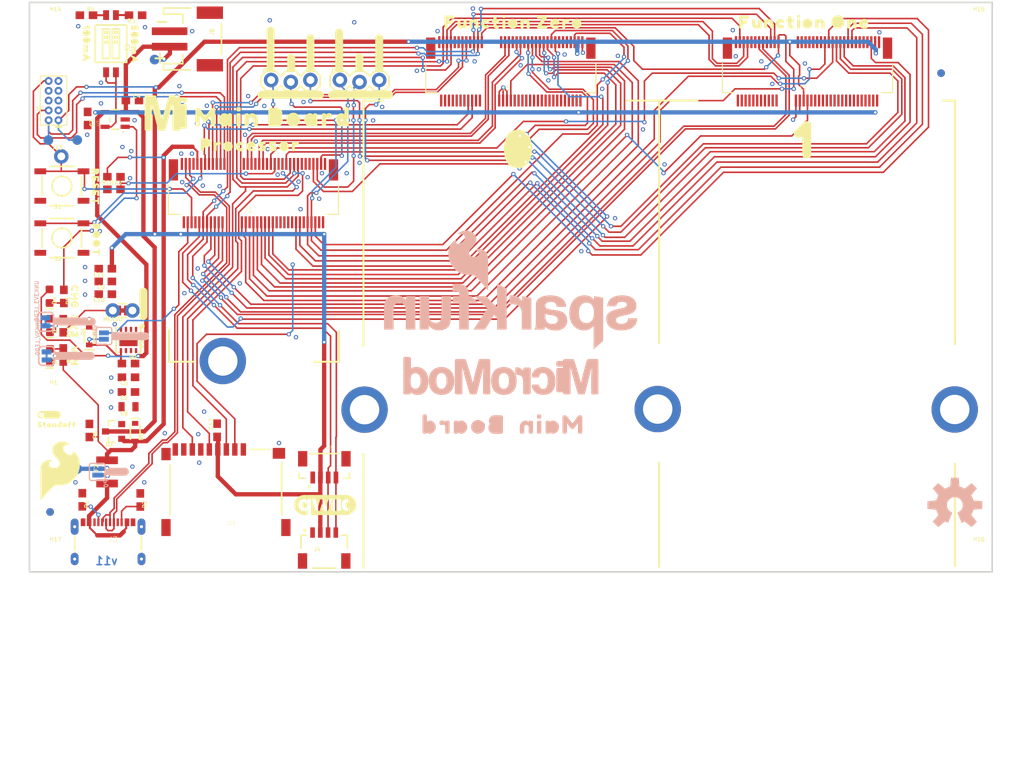
<source format=kicad_pcb>
(kicad_pcb (version 20211014) (generator pcbnew)
  (layers (0 "F.Cu" signal) (31 "B.Cu" signal) (34 "B.Paste" user) (35 "F.Paste" user) (36 "B.SilkS" user "B.Silkscreen") (37 "F.SilkS" user "F.Silkscreen") (38 "B.Mask" user) (39 "F.Mask" user) (44 "Edge.Cuts" user))
  (net 0 "")
  (net 1 "GND")
  (net 2 "V_BATT")
  (net 3 "N$14")
  (net 4 "N$15")
  (net 5 "N$4")
  (net 6 "N$5")
  (net 7 "D+")
  (net 8 "D-")
  (net 9 "3.3V")
  (net 10 "3.3V_EN")
  (net 11 "PWR_EN0")
  (net 12 "PWR_EN1")
  (net 13 "I2C_SCL")
  (net 14 "I2C_SDA")
  (net 15 "HOST_D-")
  (net 16 "HOST_D+")
  (net 17 "G0-PROCESSOR")
  (net 18 "G1-PROCESSOR")
  (net 19 "G2-PROCESSOR")
  (net 20 "G3-PROCESSOR")
  (net 21 "TX2-PROCESSOR")
  (net 22 "RX2-PROCESSOR")
  (net 23 "TX1-PROCESSOR")
  (net 24 "A1-PROCESSOR")
  (net 25 "A0-PROCESSOR")
  (net 26 "~{CS0}-PROCESSOR")
  (net 27 "SPI_PROCESSOR_SDO")
  (net 28 "SPI_PROCESSOR_SDI")
  (net 29 "SPI_PROCESSOR_SCK")
  (net 30 "~{RESET}")
  (net 31 "~{BOOT}")
  (net 32 "PROCESSOR_CAN-TX")
  (net 33 "SWDIO")
  (net 34 "SWDCK")
  (net 35 "PROCESSOR_CAN-RX")
  (net 36 "I2C_~{INT}")
  (net 37 "N$1")
  (net 38 "3.3V_EN_VE")
  (net 39 "N$3")
  (net 40 "N$7")
  (net 41 "VIN/3")
  (net 42 "VCC")
  (net 43 "~{CS1}-PROCESSOR")
  (net 44 "D0-PROCESSOR")
  (net 45 "D1-PROCESSOR")
  (net 46 "RX1-PROCESSOR")
  (net 47 "CTS1-PROCESSOR")
  (net 48 "RTS1-PROCESSOR")
  (net 49 "G5-PROCESSOR")
  (net 50 "G6-PROCESSOR")
  (net 51 "G7-PROCESSOR")
  (net 52 "G8-PROCESSOR")
  (net 53 "PWM1-PROCESSOR")
  (net 54 "PWM0-PROCESSOR")
  (net 55 "G9-PROCESSOR")
  (net 56 "G4-PROCESSOR/SD_CARD_~{CS}")
  (net 57 "N$12")
  (net 58 "N$2")
  (net 59 "N$10")
  (net 60 "VIN")
  (net 61 "SHLD")
  (net 62 "N$6")
  (net 63 "N$8")
  (net 64 "N$9")
  (net 65 "G5-JUMPER")
  (footprint "boardEagle:#PWR_EN0#517" (layer "F.Cu") (at 117.4369 74.3204 -90)
    (fp_text reference "U$30" hide)
    (fp_text value "" hide)
  )
  (footprint "boardEagle:STAND-OFF-TIGHT" (layer "F.Cu") (at 208.1911 70.7136)
    (fp_text reference "H15")
    (fp_text value "STAND-OFFTIGHT")
  )
  (footprint "boardEagle:CREATIVE_COMMONS" (layer "F.Cu") (at 102.7811 167.2336)
    (fp_text reference "FRAME1" hide)
    (fp_text value "FRAME-LEDGER" hide)
  )
  (footprint "boardEagle:1524" (layer "F.Cu") (at 186.6011 85.9536)
    (fp_text reference "U$16" hide)
    (fp_text value "" hide)
  )
  (footprint "boardEagle:0603" (layer "F.Cu") (at 93.6371 69.8246)
    (fp_text reference "R4")
    (fp_text value "10k")
  )
  (footprint "boardEagle:0603" (layer "F.Cu") (at 90.6399 113.77305 -90)
    (fp_text reference "R8")
    (fp_text value "4.7k")
  )
  (footprint "boardEagle:1X03_LOCK" (layer "F.Cu") (at 117.5131 78.3336)
    (fp_text reference "J9")
    (fp_text value "")
  )
  (footprint "boardEagle:0805" (layer "F.Cu") (at 99.0727 120.4722 180)
    (fp_text reference "C8")
    (fp_text value "10uF")
  )
  (footprint "boardEagle:COMBO-JUMPER_2_NC_TRACE" (layer "F.Cu") (at 98.3107 108.0262 180)
    (fp_text reference "MEAS0")
    (fp_text value "JUMPER-COMBO_2_NC_TRACE")
  )
  (footprint "boardEagle:#FC1#G3#518" (layer "F.Cu") (at 122.5931 74.7776 -90)
    (fp_text reference "U$27" hide)
    (fp_text value "" hide)
  )
  (footprint "boardEagle:500MA101" (layer "F.Cu") (at 99.8601 73.6346 -90)
    (fp_text reference "U$20" hide)
    (fp_text value "" hide)
  )
  (footprint "boardEagle:SOT23-3" (layer "F.Cu") (at 97.1931 123.6726 90)
    (fp_text reference "Q1")
    (fp_text value "3.1A/30V/105mΩ")
  )
  (footprint "boardEagle:0603" (layer "F.Cu") (at 110.5281 123.5202 90)
    (fp_text reference "C12")
    (fp_text value "0.1uF")
  )
  (footprint "boardEagle:FUNCTION_ONE524" (layer "F.Cu") (at 186.4741 70.7136)
    (fp_text reference "U$12" hide)
    (fp_text value "" hide)
  )
  (footprint "boardEagle:0603" (layer "F.Cu") (at 90.6399 109.9965 -90)
    (fp_text reference "R11")
    (fp_text value "1k")
  )
  (footprint "boardEagle:0603" (layer "F.Cu") (at 94.0181 123.5456 -90)
    (fp_text reference "R6")
    (fp_text value "10k")
  )
  (footprint "boardEagle:#MEAS#40313513" (layer "F.Cu") (at 101.0031 107.1626 -90)
    (fp_text reference "U$33" hide)
    (fp_text value "" hide)
  )
  (footprint "boardEagle:PROCESSOR525" (layer "F.Cu") (at 114.8461 86.5886)
    (fp_text reference "U$10" hide)
    (fp_text value "" hide)
  )
  (footprint "boardEagle:0603" (layer "F.Cu") (at 90.7161 106.20385 -90)
    (fp_text reference "R5")
    (fp_text value "1k")
  )
  (footprint "boardEagle:STAND-OFF-TIGHT" (layer "F.Cu") (at 208.1911 139.2936)
    (fp_text reference "H16")
    (fp_text value "STAND-OFFTIGHT")
  )
  (footprint "boardEagle:0603" (layer "F.Cu") (at 96.0755 105.918 180)
    (fp_text reference "C10")
    (fp_text value "0.1uF")
  )
  (footprint "boardEagle:STAND-OFF-REFLOW-M2.5" (layer "F.Cu") (at 111.2683 114.5594 -90)
    (fp_text reference "H8" hide)
    (fp_text value "STAND-OFF-REFLOW-M2.5_2.5MM_TALL" hide)
  )
  (footprint "boardEagle:DIPSWITCH-02-50MIL" (layer "F.Cu") (at 96.8121 73.5076 180)
    (fp_text reference "S3")
    (fp_text value "DIP-02-SMD-50MIL")
  )
  (footprint "boardEagle:LED-0603" (layer "F.Cu") (at 88.913325 109.96745 -90)
    (fp_text reference "D3")
    (fp_text value "RED")
  )
  (footprint "boardEagle:MICROMOD_MI_LOGO_1" (layer "F.Cu") (at 103.9241 82.4484)
    (fp_text reference "U$14" hide)
    (fp_text value "" hide)
  )
  (footprint "boardEagle:#ALT_PWR_EN0#510" (layer "F.Cu") (at 120.0531 80.1116)
    (fp_text reference "U$25" hide)
    (fp_text value "" hide)
  )
  (footprint "boardEagle:100MA6" (layer "F.Cu") (at 93.6371 73.5076 -90)
    (fp_text reference "U$19" hide)
    (fp_text value "" hide)
  )
  (footprint "boardEagle:M.2-CONNECTOR-E-FUNCTION-STANDARD" (layer "F.Cu") (at 186.8551 78.5876 180)
    (fp_text reference "J7")
    (fp_text value "MICROMOD_FUNCTION_MAIN")
  )
  (footprint "boardEagle:JST-2-SMD" (layer "F.Cu") (at 108.0897 72.898 -90)
    (fp_text reference "J8")
    (fp_text value "")
  )
  (footprint "boardEagle:FIDUCIAL-1X2" (layer "F.Cu") (at 204.1271 77.3176)
    (fp_text reference "FD2" hide)
    (fp_text value "FIDUCIAL1X2" hide)
  )
  (footprint "boardEagle:VIN32532" (layer "F.Cu") (at 92.1131 113.8936 -90)
    (fp_text reference "U$5" hide)
    (fp_text value "" hide)
  )
  (footprint "boardEagle:0603" (layer "F.Cu") (at 97.1931 92.3544)
    (fp_text reference "R7")
    (fp_text value "10k")
  )
  (footprint "boardEagle:LED-0603" (layer "F.Cu") (at 88.913325 113.871 -90)
    (fp_text reference "D8")
    (fp_text value "RED")
  )
  (footprint "boardEagle:STAND-OFF-TIGHT" (layer "F.Cu") (at 88.8111 70.7136)
    (fp_text reference "H14")
    (fp_text value "STAND-OFFTIGHT")
  )
  (footprint "boardEagle:0603" (layer "F.Cu") (at 93.1037 132.5118 -90)
    (fp_text reference "R1")
    (fp_text value "5.1k")
  )
  (footprint "boardEagle:LED-0603" (layer "F.Cu") (at 88.862525 106.1748 -90)
    (fp_text reference "D4")
    (fp_text value "Yellow")
  )
  (footprint "boardEagle:M.2-CONNECTOR-E" (layer "F.Cu") (at 115.2271 94.3356 180)
    (fp_text reference "J1")
    (fp_text value "MICROMOD-2222-C")
  )
  (footprint "boardEagle:STANDOFF501" (layer "F.Cu") (at 89.8271 122.7836)
    (fp_text reference "U$23" hide)
    (fp_text value "" hide)
  )
  (footprint "boardEagle:M.2-CONNECTOR-E-FUNCTION-STANDARD" (layer "F.Cu") (at 148.5011 78.5876 180)
    (fp_text reference "J6")
    (fp_text value "MICROMOD_FUNCTION_MAIN")
  )
  (footprint "boardEagle:3V332533" (layer "F.Cu") (at 92.1131 110.0836 -90)
    (fp_text reference "U$4" hide)
    (fp_text value "" hide)
  )
  (footprint "boardEagle:0603" (layer "F.Cu") (at 96.0755 104.267 180)
    (fp_text reference "C9")
    (fp_text value "1.0uF")
  )
  (footprint "boardEagle:0603" (layer "F.Cu") (at 99.9871 69.8246 180)
    (fp_text reference "R3")
    (fp_text value "2.0k")
  )
  (footprint "boardEagle:FIDUCIAL-1X2" (layer "F.Cu") (at 88.9381 134.0866 90)
    (fp_text reference "FD3" hide)
    (fp_text value "FIDUCIAL1X2" hide)
  )
  (footprint "boardEagle:MICROSD-EXTERNALPIN" (layer "F.Cu") (at 111.6711 136.4996)
    (fp_text reference "J10")
    (fp_text value "MICRO-SD-PUSH-PUSH-EXT-PIN")
  )
  (footprint "boardEagle:0603" (layer "F.Cu") (at 99.0727 118.5672 180)
    (fp_text reference "C2")
    (fp_text value "0.22uF")
  )
  (footprint "boardEagle:STAND-OFF-TIGHT" (layer "F.Cu") (at 88.8111 118.9736)
    (fp_text reference "H1")
    (fp_text value "STAND-OFFTIGHT")
  )
  (footprint "boardEagle:DUMMY" (layer "F.Cu") (at 102.7811 167.2336)
    (fp_text reference "FRAME2" hide)
    (fp_text value "FRAME-LEDGERNO_FOOTPRINT" hide)
  )
  (footprint "boardEagle:0603" (layer "F.Cu") (at 99.0727 114.8842)
    (fp_text reference "R9")
    (fp_text value "100k")
  )
  (footprint "boardEagle:0603" (layer "F.Cu") (at 100.5967 132.5372 -90)
    (fp_text reference "R2")
    (fp_text value "5.1k")
  )
  (footprint "boardEagle:UDFN-8" (layer "F.Cu") (at 99.0727 111.8362 180)
    (fp_text reference "U5")
    (fp_text value "AP7361C-33")
  )
  (footprint "boardEagle:SFE_LOGO_FLAME_.3" (layer "F.Cu") (at 90.2589 128.8034)
    (fp_text reference "U$24" hide)
    (fp_text value "" hide)
  )
  (footprint "boardEagle:#ALT_PWR_EN1#510" (layer "F.Cu") (at 129.0701 80.1116)
    (fp_text reference "U$26" hide)
    (fp_text value "" hide)
  )
  (footprint "boardEagle:STAND-OFF-REFLOW-M2.5" (layer "F.Cu") (at 167.4911 120.777)
    (fp_text reference "H2" hide)
    (fp_text value "STAND-OFF-REFLOW-M2.5_2.5MM_TALL" hide)
  )
  (footprint "boardEagle:0603" (layer "F.Cu") (at 93.7895 83.185 -90)
    (fp_text reference "C3")
    (fp_text value "4.7uF")
  )
  (footprint "boardEagle:0523" (layer "F.Cu") (at 149.7711 87.2236)
    (fp_text reference "U$15" hide)
    (fp_text value "" hide)
  )
  (footprint "boardEagle:1X01_NO_SILK" (layer "F.Cu") (at 90.3859 88.0872)
    (fp_text reference "J13")
    (fp_text value "")
  )
  (footprint "boardEagle:USB-C-16P-2LAYER-PADS" (layer "F.Cu") (at 96.4311 135.0772)
    (fp_text reference "J3")
    (fp_text value "")
  )
  (footprint "boardEagle:FUNCTION_ZERO520" (layer "F.Cu") (at 148.8821 70.7136)
    (fp_text reference "U$11" hide)
    (fp_text value "" hide)
  )
  (footprint "boardEagle:0603" (layer "F.Cu") (at 99.0727 116.6622 180)
    (fp_text reference "C5")
    (fp_text value "0.1uF")
  )
  (footprint "boardEagle:1X03_LOCK" (layer "F.Cu") (at 126.4031 78.3336)
    (fp_text reference "J11")
    (fp_text value "")
  )
  (footprint "boardEagle:#G6#517" (layer "F.Cu") (at 128.9177 75.9968 -90)
    (fp_text reference "U$29" hide)
    (fp_text value "" hide)
  )
  (footprint "boardEagle:STAND-OFF-TIGHT" (layer "F.Cu") (at 88.8111 139.2936)
    (fp_text reference "H17")
    (fp_text value "STAND-OFFTIGHT")
  )
  (footprint "boardEagle:SOD-323" (layer "F.Cu") (at 93.9927 111.3282 90)
    (fp_text reference "D1")
    (fp_text value "3.3V")
  )
  (footprint "boardEagle:CHG32531" (layer "F.Cu") (at 92.1131 106.2736 -90)
    (fp_text reference "U$6" hide)
    (fp_text value "" hide)
  )
  (footprint "boardEagle:#PWR_EN1#517" (layer "F.Cu") (at 126.3015 74.4474 -90)
    (fp_text reference "U$31" hide)
    (fp_text value "" hide)
  )
  (footprint "boardEagle:SOT23-5" (layer "F.Cu") (at 97.3455 83.312 90)
    (fp_text reference "U2")
    (fp_text value "MCP73831")
  )
  (footprint "boardEagle:#G5#517" (layer "F.Cu") (at 120.1039 76.0476 -90)
    (fp_text reference "U$32" hide)
    (fp_text value "" hide)
  )
  (footprint "boardEagle:RESET32540" (layer "F.Cu") (at 94.7801 92.0496 -90)
    (fp_text reference "U$9" hide)
    (fp_text value "" hide)
  )
  (footprint "boardEagle:SOD-323" (layer "F.Cu") (at 99.9363 123.7742 -90)
    (fp_text reference "D5")
    (fp_text value "1A/23V/620mV")
  )
  (footprint "boardEagle:0603" (layer "F.Cu") (at 99.5807 80.8482)
    (fp_text reference "C4")
    (fp_text value "4.7uF")
  )
  (footprint "boardEagle:STAND-OFF-REFLOW-M2.5" (layer "F.Cu") (at 129.5911 120.8532 -90)
    (fp_text reference "H4" hide)
    (fp_text value "STAND-OFF-REFLOW-M2.5_2.5MM_TALL" hide)
  )
  (footprint "boardEagle:1210" (layer "F.Cu") (at 96.3041 128.905 90)
    (fp_text reference "F2")
    (fp_text value "6V/2A")
  )
  (footprint "boardEagle:2X5-PTH-1.27MM" (layer "F.Cu") (at 89.3823 80.8678 90)
    (fp_text reference "J5")
    (fp_text value "CORTEX_JTAG_DEBUG_MINIMUM_PTH")
  )
  (footprint "boardEagle:0603" (layer "F.Cu") (at 97.1931 90.7288 180)
    (fp_text reference "R10")
    (fp_text value "20k")
  )
  (footprint "boardEagle:#FC1#G4#518" (layer "F.Cu") (at 131.4831 74.7776 -90)
    (fp_text reference "U$28" hide)
    (fp_text value "" hide)
  )
  (footprint "boardEagle:0603" (layer "F.Cu") (at 96.0755 102.616 180)
    (fp_text reference "C11")
    (fp_text value "0.22uF")
  )
  (footprint "boardEagle:JST04_1MM_RA" (layer "F.Cu") (at 124.3711 136.7536)
    (fp_text reference "J4")
    (fp_text value "QWIIC_RIGHT_ANGLE")
  )
  (footprint "boardEagle:TACTILE_SWITCH_SMD_5.2MM" (layer "F.Cu") (at 90.4621 98.6536 180)
    (fp_text reference "S2")
    (fp_text value "BOOT")
  )
  (footprint "boardEagle:STAND-OFF-REFLOW-M2.5" (layer "F.Cu") (at 205.8911 120.8278 -90)
    (fp_text reference "H3" hide)
    (fp_text value "STAND-OFF-REFLOW-M2.5_2.5MM_TALL" hide)
  )
  (footprint "boardEagle:BOOT32541" (layer "F.Cu") (at 94.9071 98.9076 -90)
    (fp_text reference "U$8" hide)
    (fp_text value "" hide)
  )
  (footprint "boardEagle:TACTILE_SWITCH_SMD_5.2MM" (layer "F.Cu") (at 90.4621 91.9226 180)
    (fp_text reference "S1")
    (fp_text value "Reset")
  )
  (footprint "boardEagle:JST04_1MM_VERT" (layer "F.Cu") (at 124.3711 130.4036)
    (fp_text reference "J2")
    (fp_text value "Vertical Qwiic Connector")
  )
  (footprint "boardEagle:QWIIC_3MM" (layer "F.Cu") (at 88.8111 121.5136)
    (fp_text reference "U$22" hide)
    (fp_text value "" hide)
  )
  (footprint "boardEagle:QWIIC_8MM" (layer "F.Cu") (at 124.4981 133.1976)
    (fp_text reference "LOGO1" hide)
    (fp_text value "QWIIC_LOGO_8MM" hide)
  )
  (footprint "boardEagle:MAIN_BOARD5523" (layer "F.Cu") (at 117.7671 83.0326)
    (fp_text reference "U$21" hide)
    (fp_text value "" hide)
  )
  (footprint "boardEagle:SMT-JUMPER_2_NC_TRACE_SILK" (layer "B.Cu") (at 88.4809 113.90005 -90)
    (fp_text reference "UNK5V_LED0")
    (fp_text value "JUMPER-SMT_2_NC_TRACE_SILK")
  )
  (footprint "boardEagle:#PTC#18" (layer "B.Cu") (at 97.4471 128.8796 180)
    (fp_text reference "U$7" hide)
    (fp_text value "" hide)
  )
  (footprint "boardEagle:SMT-JUMPER_2_NO_SILK" (layer "B.Cu") (at 95.8977 111.3282 -90)
    (fp_text reference "VE0")
    (fp_text value "JUMPER-SMT_2_NO_SILK")
  )
  (footprint "boardEagle:OSHW-LOGO-L" (layer "B.Cu") (at 205.9051 133.1976 180)
    (fp_text reference "LOGO3" hide)
    (fp_text value "OSHW-LOGOL" hide)
  )
  (footprint "boardEagle:PAD.03X.05" (layer "B.Cu") (at 92.4433 128.524 180)
    (fp_text reference "TP4" hide)
    (fp_text value "TEST-POINT3X5" hide)
  )
  (footprint "boardEagle:#3V3_EN#18" (layer "B.Cu") (at 99.2251 111.3536 180)
    (fp_text reference "U$1" hide)
    (fp_text value "" hide)
  )
  (footprint "boardEagle:PAD.03X.05" (layer "B.Cu") (at 92.4441 85.9656)
    (fp_text reference "TP2" hide)
    (fp_text value "TEST-POINT3X5" hide)
  )
  (footprint "boardEagle:#3V3_LED#17" (layer "B.Cu") (at 91.9861 109.4486 180)
    (fp_text reference "U$2" hide)
    (fp_text value "" hide)
  )
  (footprint "boardEagle:SFE_LOGO_NAME_FLAME_.3" (layer "B.Cu") (at 148.5011 108.8136 180)
    (fp_text reference "LOGO2" hide)
    (fp_text value "SFE_LOGO_NAME_FLAME.3_INCH" hide)
  )
  (footprint "boardEagle:FIDUCIAL-1X2" (layer "B.Cu") (at 204.1271 77.3176 180)
    (fp_text reference "FD1" hide)
    (fp_text value "FIDUCIAL1X2" hide)
  )
  (footprint "boardEagle:PAD.03X.05" (layer "B.Cu") (at 102.4509 75.565 -90)
    (fp_text reference "TP3" hide)
    (fp_text value "TEST-POINT3X5" hide)
  )
  (footprint "boardEagle:FIDUCIAL-1X2" (layer "B.Cu") (at 88.9381 134.0866 -90)
    (fp_text reference "FD4" hide)
    (fp_text value "FIDUCIAL1X2" hide)
  )
  (footprint "boardEagle:#VIN_LED#16" (layer "B.Cu") (at 91.9861 113.8936 180)
    (fp_text reference "U$3" hide)
    (fp_text value "" hide)
  )
  (footprint "boardEagle:MICROMOD_LOGO_1" (layer "B.Cu") (at 147.2311 116.4336 180)
    (fp_text reference "U$17" hide)
    (fp_text value "" hide)
  )
  (footprint "boardEagle:PAD.03X.05" (layer "B.Cu") (at 88.7151 85.9756 180)
    (fp_text reference "TP1" hide)
    (fp_text value "TEST-POINT3X5" hide)
  )
  (footprint "boardEagle:SMT-JUMPER_2_NC_TRACE_SILK" (layer "B.Cu") (at 88.3539 109.4885 -90)
    (fp_text reference "UNK3V3_LED0")
    (fp_text value "JUMPER-SMT_2_NC_TRACE_SILK")
  )
  (footprint "boardEagle:MAIN523" (layer "B.Cu") (at 153.5811 122.7836 180)
    (fp_text reference "U$13" hide)
    (fp_text value "" hide)
  )
  (footprint "boardEagle:SMT-JUMPER_2_NO_SILK" (layer "B.Cu") (at 95.0341 128.905 90)
    (fp_text reference "BYP0")
    (fp_text value "JUMPER-SMT_2_NO_SILK")
  )
  (footprint "boardEagle:BOARD524" (layer "B.Cu") (at 142.1511 122.7836 180)
    (fp_text reference "U$18" hide)
    (fp_text value "" hide)
  )
  (gr_line (start 104.3051 114.6556) (end 107.7341 114.6556) (layer "F.SilkS") (width 0.254))
  (gr_line (start 131.9911 80.8736) (end 129.4511 80.8736) (layer "F.SilkS") (width 0.254))
  (gr_line (start 172.6311 80.8736) (end 167.6781 80.8736) (layer "F.SilkS") (width 0.254))
  (gr_line (start 205.9051 127.8636) (end 205.9051 141.0716) (layer "F.SilkS") (width 0.254))
  (gr_line (start 167.6781 80.8736) (end 167.6781 112.2426) (layer "F.SilkS") (width 0.254))
  (gr_line (start 205.9051 80.8736) (end 205.9051 112.3696) (layer "F.SilkS") (width 0.254))
  (gr_line (start 123.1011 114.6556) (end 126.2761 114.6556) (layer "F.SilkS") (width 0.254))
  (gr_line (start 163.4871 80.8736) (end 167.6781 80.8736) (layer "F.SilkS") (width 0.254))
  (gr_line (start 129.4511 80.8736) (end 129.4511 112.6236) (layer "F.SilkS") (width 0.254))
  (gr_line (start 129.4511 126.5936) (end 129.4511 141.3256) (layer "F.SilkS") (width 0.254))
  (gr_line (start 204.3811 80.8736) (end 205.9051 80.8736) (layer "F.SilkS") (width 0.254))
  (gr_line (start 104.3051 110.5916) (end 104.3051 114.6556) (layer "F.SilkS") (width 0.254))
  (gr_line (start 167.6781 127.7366) (end 167.6781 141.1986) (layer "F.SilkS") (width 0.254))
  (gr_line (start 126.2761 114.6556) (end 126.2761 110.7186) (layer "F.SilkS") (width 0.254))
  (gr_line (start 210.7311 68.1736) (end 210.7311 141.8336) (layer "Edge.Cuts") (width 0.2032))
  (gr_line (start 86.2711 68.1736) (end 86.2711 141.8336) (layer "Edge.Cuts") (width 0.2032))
  (gr_line (start 86.2711 68.1736) (end 210.7311 68.1736) (layer "Edge.Cuts") (width 0.2032))
  (gr_line (start 210.7311 141.8336) (end 86.2711 141.8336) (layer "Edge.Cuts") (width 0.2032))
  (gr_text "v11" (at 96.2279 140.4112) (layer "B.Cu") (effects (font (size 1.0795 1.0795) (thickness 0.1905)) (justify mirror)))
  (gr_text "-" (at 102.2731 71.4756) (layer "F.SilkS") (effects (font (size 1.5113 1.5113) (thickness 0.2667)) (justify left bottom)))
  (gr_text "+" (at 102.0191 76.1746) (layer "F.SilkS") (effects (font (size 1.5113 1.5113) (thickness 0.2667)) (justify left bottom)))
  (segment (start 157.7511 74.6042) (end 157.7511 73.3126) (width 0.2032) (layer "F.Cu") (net 1))
  (segment (start 147.0011 79.7016) (end 147.5311 79.1716) (width 0.2032) (layer "F.Cu") (net 1))
  (segment (start 148.0011 79.6416) (end 147.5311 79.1716) (width 0.2032) (layer "F.Cu") (net 1))
  (segment (start 157.8229 74.676) (end 157.7511 74.6042) (width 0.2032) (layer "F.Cu") (net 1))
  (segment (start 147.5011 80.8626) (end 147.5011 79.2016) (width 0.2032) (layer "F.Cu") (net 1))
  (segment (start 185.3551 82.6516) (end 185.3551 82.968) (width 0.2032) (layer "F.Cu") (net 1))
  (segment (start 185.8551 80.8626) (end 185.8551 82.1516) (width 0.2032) (layer "F.Cu") (net 1))
  (segment (start 147.0011 80.8626) (end 147.0011 79.7016) (width 0.2032) (layer "F.Cu") (net 1))
  (segment (start 148.0011 80.8626) (end 148.0011 79.6416) (width 0.2032) (layer "F.Cu") (net 1))
  (segment (start 185.3551 80.8626) (end 185.3551 82.6516) (width 0.2032) (layer "F.Cu") (net 1))
  (segment (start 147.5011 79.2016) (end 147.5311 79.1716) (width 0.2032) (layer "F.Cu") (net 1))
  (segment (start 196.1051 73.3126) (end 196.1051 73.9946) (width 0.2032) (layer "F.Cu") (net 1))
  (segment (start 185.3551 82.968) (end 184.9885 83.3346) (width 0.2032) (layer "F.Cu") (net 1))
  (segment (start 185.8551 82.1516) (end 185.3551 82.6516) (width 0.2032) (layer "F.Cu") (net 1))
  (via (at 99.2759 90.9066) (size 0.5588) (drill 0.3048) (layers "F.Cu" "B.Cu") (net 1))
  (via (at 95.5167 81.2292) (size 0.5588) (drill 0.3048) (layers "F.Cu" "B.Cu") (net 1))
  (via (at 130.6957 83.439) (size 0.5588) (drill 0.3048) (layers "F.Cu" "B.Cu") (net 1))
  (via (at 153.3525 78.2574) (size 0.5588) (drill 0.3048) (layers "F.Cu" "B.Cu") (net 1))
  (via (at 114.5413 80.2894) (size 0.5588) (drill 0.3048) (layers "F.Cu" "B.Cu") (net 1))
  (via (at 121.3231 94.9198) (size 0.5588) (drill 0.3048) (layers "F.Cu" "B.Cu") (net 1))
  (via (at 149.6825 85.4174) (size 0.5588) (drill 0.3048) (layers "F.Cu" "B.Cu") (net 1))
  (via (at 116.6241 81.5594) (size 0.5588) (drill 0.3048) (layers "F.Cu" "B.Cu") (net 1))
  (via (at 105.8799 87.7316) (size 0.5588) (drill 0.3048) (layers "F.Cu" "B.Cu") (net 1))
  (via (at 184.9885 83.3346) (size 0.5588) (drill 0.3048) (layers "F.Cu" "B.Cu") (net 1))
  (via (at 157.8229 74.676) (size 0.5588) (drill 0.3048) (layers "F.Cu" "B.Cu") (net 1))
  (via (at 92.2147 130.2512) (size 0.5588) (drill 0.3048) (layers "F.Cu" "B.Cu") (net 1))
  (via (at 97.2947 109.8042) (size 0.5588) (drill 0.3048) (layers "F.Cu" "B.Cu") (net 1))
  (via (at 161.9761 96.0854) (size 0.5588) (drill 0.3048) (layers "F.Cu" "B.Cu") (net 1))
  (via (at 177.2031 71.755) (size 0.5588) (drill 0.3048) (layers "F.Cu" "B.Cu") (net 1))
  (via (at 157.6073 100.3526) (size 0.5588) (drill 0.3048) (layers "F.Cu" "B.Cu") (net 1))
  (via (at 155.4607 74.9046) (size 0.5588) (drill 0.3048) (layers "F.Cu" "B.Cu") (net 1))
  (via (at 98.2853 86.868) (size 0.5588) (drill 0.3048) (layers "F.Cu" "B.Cu") (net 1))
  (via (at 128.9431 88.9254) (size 0.5588) (drill 0.3048) (layers "F.Cu" "B.Cu") (net 1))
  (via (at 101.2063 71.374) (size 0.5588) (drill 0.3048) (layers "F.Cu" "B.Cu") (net 1))
  (via (at 108.6869 91.869) (size 0.5588) (drill 0.3048) (layers "F.Cu" "B.Cu") (net 1))
  (via (at 109.2073 81.534) (size 0.5588) (drill 0.3048) (layers "F.Cu" "B.Cu") (net 1))
  (via (at 96.8375 118.5164) (size 0.5588) (drill 0.3048) (layers "F.Cu" "B.Cu") (net 1))
  (via (at 127.2823 90.265) (size 0.5588) (drill 0.3048) (layers "F.Cu" "B.Cu") (net 1))
  (via (at 99.4283 87.4014) (size 0.5588) (drill 0.3048) (layers "F.Cu" "B.Cu") (net 1))
  (via (at 139.0269 71.882) (size 0.5588) (drill 0.3048) (layers "F.Cu" "B.Cu") (net 1))
  (via (at 182.3085 78.7146) (size 0.5588) (drill 0.3048) (layers "F.Cu" "B.Cu") (net 1))
  (via (at 121.0567 91.361) (size 0.5588) (drill 0.3048) (layers "F.Cu" "B.Cu") (net 1))
  (via (at 108.0897 124.0282) (size 0.5588) (drill 0.3048) (layers "F.Cu" "B.Cu") (net 1))
  (via (at 96.8121 120.5738) (size 0.5588) (drill 0.3048) (layers "F.Cu" "B.Cu") (net 1))
  (via (at 108.8517 121.1072) (size 0.5588) (drill 0.3048) (layers "F.Cu" "B.Cu") (net 1))
  (via (at 93.4593 102.4128) (size 0.5588) (drill 0.3048) (layers "F.Cu" "B.Cu") (net 1))
  (via (at 165.5829 84.6046) (size 0.5588) (drill 0.3048) (layers "F.Cu" "B.Cu") (net 1))
  (via (at 177.5841 75.1332) (size 0.5588) (drill 0.3048) (layers "F.Cu" "B.Cu") (net 1))
  (via (at 162.3441 75.0824) (size 0.5588) (drill 0.3048) (layers "F.Cu" "B.Cu") (net 1))
  (via (at 150.9141 86.8934) (size 0.5588) (drill 0.3048) (layers "F.Cu" "B.Cu") (net 1))
  (via (at 106.0069 91.4146) (size 0.5588) (drill 0.3048) (layers "F.Cu" "B.Cu") (net 1))
  (via (at 152.1333 76.8096) (size 0.5588) (drill 0.3048) (layers "F.Cu" "B.Cu") (net 1))
  (via (at 93.7387 85.2932) (size 0.5588) (drill 0.3048) (layers "F.Cu" "B.Cu") (net 1))
  (via (at 92.5703 71.247) (size 0.5588) (drill 0.3048) (layers "F.Cu" "B.Cu") (net 1))
  (via (at 143.5989 68.961) (size 0.5588) (drill 0.3048) (layers "F.Cu" "B.Cu") (net 1))
  (via (at 107.3023 71.882) (size 0.5588) (drill 0.3048) (layers "F.Cu" "B.Cu") (net 1))
  (via (at 180.8861 75.7936) (size 0.5588) (drill 0.3048) (layers "F.Cu" "B.Cu") (net 1))
  (via (at 108.0265 102.5878) (size 0.5588) (drill 0.3048) (layers "F.Cu" "B.Cu") (net 1))
  (via (at 107.2769 87.7316) (size 0.5588) (drill 0.3048) (layers "F.Cu" "B.Cu") (net 1))
  (via (at 105.6513 78.994) (size 0.5588) (drill 0.3048) (layers "F.Cu" "B.Cu") (net 1))
  (via (at 110.8583 91.948) (size 0.5588) (drill 0.3048) (layers "F.Cu" "B.Cu") (net 1))
  (via (at 107.9373 83.82) (size 0.5588) (drill 0.3048) (layers "F.Cu" "B.Cu") (net 1))
  (via (at 108.2167 127.7112) (size 0.5588) (drill 0.3048) (layers "F.Cu" "B.Cu") (net 1))
  (via (at 122.2375 90.7796) (size 0.5588) (drill 0.3048) (layers "F.Cu" "B.Cu") (net 1))
  (via (at 117.0813 87.1474) (size 0.5588) (drill 0.3048) (layers "F.Cu" "B.Cu") (net 1))
  (via (at 160.3121 79.3496) (size 0.5588) (drill 0.3048) (layers "F.Cu" "B.Cu") (net 1))
  (via (at 123.7237 93.5708) (size 0.5588) (drill 0.3048) (layers "F.Cu" "B.Cu") (net 1))
  (via (at 120.7265 111.4778) (size 0.5588) (drill 0.3048) (layers "F.Cu" "B.Cu") (net 1))
  (via (at 168.3769 89.1258) (size 0.5588) (drill 0.3048) (layers "F.Cu" "B.Cu") (net 1))
  (via (at 106.2993 105.7882) (size 0.5588) (drill 0.3048) (layers "F.Cu" "B.Cu") (net 1))
  (via (at 113.4621 104.5182) (size 0.5588) (drill 0.3048) (layers "F.Cu" "B.Cu") (net 1))
  (via (at 118.5291 125.1712) (size 0.5588) (drill 0.3048) (layers "F.Cu" "B.Cu") (net 1))
  (via (at 93.4593 105.9688) (size 0.5588) (drill 0.3048) (layers "F.Cu" "B.Cu") (net 1))
  (via (at 196.1515 72.0344) (size 0.5588) (drill 0.3048) (layers "F.Cu" "B.Cu") (net 1))
  (via (at 95.5167 78.5622) (size 0.5588) (drill 0.3048) (layers "F.Cu" "B.Cu") (net 1))
  (via (at 115.5319 86.1568) (size 0.5588) (drill 0.3048) (layers "F.Cu" "B.Cu") (net 1))
  (via (at 121.7041 81.0514) (size 0.5588) (drill 0.3048) (layers "F.Cu" "B.Cu") (net 1))
  (via (at 93.9927 109.1438) (size 0.5588) (drill 0.3048) (layers "F.Cu" "B.Cu") (net 1))
  (via (at 147.5311 79.1716) (size 0.5588) (drill 0.3048) (layers "F.Cu" "B.Cu") (net 1))
  (via (at 149.6317 89.6338) (size 0.5588) (drill 0.3048) (layers "F.Cu" "B.Cu") (net 1))
  (via (at 143.8275 75.7936) (size 0.5588) (drill 0.3048) (layers "F.Cu" "B.Cu") (net 1))
  (via (at 93.4593 104.1908) (size 0.5588) (drill 0.3048) (layers "F.Cu" "B.Cu") (net 1))
  (via (at 131.8641 81.6864) (size 0.5588) (drill 0.3048) (layers "F.Cu" "B.Cu") (net 1))
  (via (at 124.0819 90.265) (size 0.5588) (drill 0.3048) (layers "F.Cu" "B.Cu") (net 1))
  (via (at 99.5807 128.2192) (size 0.5588) (drill 0.3048) (layers "F.Cu" "B.Cu") (net 1))
  (via (at 103.7717 123.9012) (size 0.5588) (drill 0.3048) (layers "F.Cu" "B.Cu") (net 1))
  (via (at 101.1047 130.2512) (size 0.5588) (drill 0.3048) (layers "F.Cu" "B.Cu") (net 1))
  (via (at 149.7711 76.3016) (size 0.5588) (drill 0.3048) (layers "F.Cu" "B.Cu") (net 1))
  (via (at 95.3643 97.7646) (size 0.5588) (drill 0.3048) (layers "F.Cu" "B.Cu") (net 1))
  (via (at 128.2573 70.739) (size 0.5588) (drill 0.3048) (layers "F.Cu" "B.Cu") (net 1))
  (via (at 99.8601 83.4136) (size 0.5588) (drill 0.3048) (layers "F.Cu" "B.Cu") (net 1))
  (via (at 186.5249 76.073) (size 0.5588) (drill 0.3048) (layers "F.Cu" "B.Cu") (net 1))
  (via (at 96.8375 116.713) (size 0.5588) (drill 0.3048) (layers "F.Cu" "B.Cu") (net 1))
  (via (at 118.3513 90.4494) (size 0.5588) (drill 0.3048) (layers "F.Cu" "B.Cu") (net 1))
  (via (at 117.3353 70.485) (size 0.5588) (drill 0.3048) (layers "F.Cu" "B.Cu") (net 1))
  (via (at 136.3599 77.0128) (size 0.5588) (drill 0.3048) (layers "F.Cu" "B.Cu") (net 1))
  (via (at 114.1349 85.2932) (size 0.5588) (drill 0.3048) (layers "F.Cu" "B.Cu") (net 1))
  (via (at 106.0323 81.026) (size 0.5588) (drill 0.3048) (layers "F.Cu" "B.Cu") (net 1))
  (segment (start 100.9937 73.898) (end 104.3897 73.898) (width 0.5588) (layer "F.Cu") (net 2))
  (segment (start 101.1047 123.6726) (end 102.4509 122.3264) (width 0.5588) (layer "F.Cu") (net 2))
  (segment (start 98.7307 80.8482) (end 98.7307 82.2769) (width 0.5588) (layer "F.Cu") (net 2))
  (segment (start 104.4321 73.9404) (end 104.4321 74.7776) (width 0.5588) (layer "F.Cu") (net 2))
  (segment (start 102.4509 99.8474) (end 101.0031 98.3996) (width 0.5588) (layer "F.Cu") (net 2))
  (segment (start 101.1047 123.6726) (end 96.0931 123.6726) (width 0.5588) (layer "F.Cu") (net 2))
  (segment (start 104.3897 73.898) (end 104.4321 73.9404) (width 0.5588) (layer "F.Cu") (net 2))
  (segment (start 101.0031 83.0326) (end 100.3325 82.362) (width 0.5588) (layer "F.Cu") (net 2))
  (segment (start 100.3325 82.362) (end 98.6456 82.362) (width 0.5588) (layer "F.Cu") (net 2))
  (segment (start 98.7307 82.2769) (end 98.6456 82.362) (width 0.5588) (layer "F.Cu") (net 2))
  (segment (start 98.7307 76.161) (end 98.7307 80.8482) (width 0.5588) (layer "F.Cu") (net 2))
  (segment (start 100.9937 73.898) (end 98.7307 76.161) (width 0.5588) (layer "F.Cu") (net 2))
  (segment (start 103.6701 75.5396) (end 104.4321 74.7776) (width 0.5588) (layer "F.Cu") (net 2))
  (segment (start 101.0031 98.3996) (end 101.0031 83.0326) (width 0.5588) (layer "F.Cu") (net 2))
  (segment (start 102.4509 122.3264) (end 102.4509 99.8474) (width 0.5588) (layer "F.Cu") (net 2))
  (via (at 103.6701 75.5396) (size 0.5588) (drill 0.3048) (layers "F.Cu" "B.Cu") (net 2))
  (segment (start 102.4509 75.565) (end 103.6447 75.565) (width 0.5588) (layer "B.Cu") (net 2))
  (segment (start 103.6447 75.565) (end 103.6701 75.5396) (width 0.5588) (layer "B.Cu") (net 2))
  (segment (start 90.71815 107.0518) (end 90.7161 107.05385) (width 0.2032) (layer "F.Cu") (net 3))
  (segment (start 88.862525 107.0518) (end 90.71815 107.0518) (width 0.2032) (layer "F.Cu") (net 3))
  (segment (start 100.1141 84.709) (end 99.6671 84.262) (width 0.2032) (layer "F.Cu") (net 4))
  (segment (start 99.6671 84.262) (end 98.6456 84.262) (width 0.2032) (layer "F.Cu") (net 4))
  (segment (start 92.7989 97.7138) (end 94.3229 97.7138) (width 0.2032) (layer "F.Cu") (net 4))
  (segment (start 90.7161 99.7966) (end 92.7989 97.7138) (width 0.2032) (layer "F.Cu") (net 4))
  (segment (start 100.1141 93.4974) (end 100.1141 84.709) (width 0.2032) (layer "F.Cu") (net 4))
  (segment (start 90.7161 105.35385) (end 90.7161 99.7966) (width 0.2032) (layer "F.Cu") (net 4))
  (via (at 94.3229 97.7138) (size 0.5588) (drill 0.3048) (layers "F.Cu" "B.Cu") (net 4))
  (via (at 100.1141 93.4974) (size 0.5588) (drill 0.3048) (layers "F.Cu" "B.Cu") (net 4))
  (segment (start 98.5393 93.4974) (end 100.1141 93.4974) (width 0.2032) (layer "B.Cu") (net 4))
  (segment (start 94.3229 97.7138) (end 98.5393 93.4974) (width 0.2032) (layer "B.Cu") (net 4))
  (segment (start 98.1811 135.4172) (end 98.1811 133.9876) (width 0.2032) (layer "F.Cu") (net 5))
  (segment (start 98.7815 133.3872) (end 100.5967 133.3872) (width 0.2032) (layer "F.Cu") (net 5))
  (segment (start 98.1811 133.9876) (end 98.7815 133.3872) (width 0.2032) (layer "F.Cu") (net 5))
  (segment (start 95.1811 135.4172) (end 95.1811 134.4876) (width 0.2032) (layer "F.Cu") (net 6))
  (segment (start 95.2065 134.4622) (end 95.1865 134.4422) (width 0.2032) (layer "F.Cu") (net 6))
  (segment (start 94.1959 133.4008) (end 93.1427 133.4008) (width 0.2032) (layer "F.Cu") (net 6))
  (segment (start 95.1811 134.4876) (end 95.2065 134.4622) (width 0.2032) (layer "F.Cu") (net 6))
  (segment (start 93.1037 133.3618) (end 93.1427 133.4008) (width 0.2032) (layer "F.Cu") (net 6))
  (via (at 95.1865 134.4422) (size 0.5588) (drill 0.3048) (layers "F.Cu" "B.Cu") (net 6))
  (via (at 94.1959 133.4008) (size 0.5588) (drill 0.3048) (layers "F.Cu" "B.Cu") (net 6))
  (segment (start 95.1865 134.4422) (end 94.1959 133.4516) (width 0.2032) (layer "B.Cu") (net 6))
  (segment (start 94.1959 133.4516) (end 94.1959 133.4008) (width 0.2032) (layer "B.Cu") (net 6))
  (segment (start 110.295143 92.708194) (end 108.3691 92.708194) (width 0.2032) (layer "F.Cu") (net 7))
  (segment (start 103.578275 125.1204) (end 104.1189 125.1204) (width 0.2032) (layer "F.Cu") (net 7))
  (segment (start 97.1931 136.2456) (end 97.1931 135.4292) (width 0.2032) (layer "F.Cu") (net 7))
  (segment (start 106.4771 90.816194) (end 106.4771 89.0606) (width 0.2032) (layer "F.Cu") (net 7))
  (segment (start 97.5487 132.419979) (end 97.5487 133.9596) (width 0.2032) (layer "F.Cu") (net 7))
  (segment (start 112.104706 102.029994) (end 112.104706 94.517757) (width 0.2032) (layer "F.Cu") (net 7))
  (segment (start 97.1811 134.3272) (end 97.5487 133.9596) (width 0.2032) (layer "F.Cu") (net 7))
  (segment (start 102.125587 127.843088) (end 102.125587 126.573088) (width 0.2032) (layer "F.Cu") (net 7))
  (segment (start 96.1811 136.2496) (end 96.4311 136.4996) (width 0.2032) (layer "F.Cu") (net 7))
  (segment (start 97.1811 135.4172) (end 97.1811 134.3272) (width 0.2032) (layer "F.Cu") (net 7))
  (segment (start 97.5487 132.419979) (end 101.520875 128.4478) (width 0.2032) (layer "F.Cu") (net 7))
  (segment (start 96.9391 136.4996) (end 97.1931 136.2456) (width 0.2032) (layer "F.Cu") (net 7))
  (segment (start 101.520875 128.4478) (end 102.125587 127.843088) (width 0.2032) (layer "F.Cu") (net 7))
  (segment (start 97.1931 135.4292) (end 97.1811 135.4172) (width 0.2032) (layer "F.Cu") (net 7))
  (segment (start 96.1811 135.4172) (end 96.1811 136.2496) (width 0.2032) (layer "F.Cu") (net 7))
  (segment (start 102.125587 126.573088) (end 103.578275 125.1204) (width 0.2032) (layer "F.Cu") (net 7))
  (segment (start 105.399106 123.840194) (end 105.399106 108.735594) (width 0.2032) (layer "F.Cu") (net 7))
  (segment (start 105.399106 108.735594) (end 112.104706 102.029994) (width 0.2032) (layer "F.Cu") (net 7))
  (segment (start 96.4311 136.4996) (end 96.9391 136.4996) (width 0.2032) (layer "F.Cu") (net 7))
  (segment (start 104.1189 125.1204) (end 105.399106 123.840194) (width 0.2032) (layer "F.Cu") (net 7))
  (segment (start 108.3691 92.708194) (end 106.4771 90.816194) (width 0.2032) (layer "F.Cu") (net 7))
  (segment (start 112.104706 94.517757) (end 110.295143 92.708194) (width 0.2032) (layer "F.Cu") (net 7))
  (segment (start 106.9975 89.081) (end 106.9975 90.5256) (width 0.2032) (layer "F.Cu") (net 8))
  (segment (start 106.9975 89.081) (end 106.9771 89.0606) (width 0.2032) (layer "F.Cu") (net 8))
  (segment (start 97.2185 133.6294) (end 97.2185 132.2832) (width 0.2032) (layer "F.Cu") (net 8))
  (segment (start 111.7727 94.6912) (end 110.1471 93.0656) (width 0.2032) (layer "F.Cu") (net 8))
  (segment (start 96.6811 135.4172) (end 96.6811 134.4676) (width 0.2032) (layer "F.Cu") (net 8))
  (segment (start 105.0671 108.56215) (end 111.7727 101.85655) (width 0.2032) (layer "F.Cu") (net 8))
  (segment (start 103.982125 124.7902) (end 105.0671 123.705225) (width 0.2032) (layer "F.Cu") (net 8))
  (segment (start 106.9467 91.7956) (end 106.5911 91.7956) (width 0.2032) (layer "F.Cu") (net 8))
  (segment (start 96.6811 134.4676) (end 96.6811 134.1668) (width 0.2032) (layer "F.Cu") (net 8))
  (segment (start 97.2185 132.2832) (end 101.7016 127.8001) (width 0.2032) (layer "F.Cu") (net 8))
  (segment (start 108.2167 93.0656) (end 106.9467 91.7956) (width 0.2032) (layer "F.Cu") (net 8))
  (segment (start 96.157412 134.4676) (end 96.6811 134.4676) (width 0.2032) (layer "F.Cu") (net 8))
  (segment (start 95.8025 134.822513) (end 96.157412 134.4676) (width 0.2032) (layer "F.Cu") (net 8))
  (segment (start 101.7016 127.8001) (end 101.7016 126.5301) (width 0.2032) (layer "F.Cu") (net 8))
  (segment (start 95.8025 135.2958) (end 95.8025 134.822513) (width 0.2032) (layer "F.Cu") (net 8))
  (segment (start 101.7016 126.5301) (end 103.4415 124.7902) (width 0.2032) (layer "F.Cu") (net 8))
  (segment (start 110.1471 93.0656) (end 108.2167 93.0656) (width 0.2032) (layer "F.Cu") (net 8))
  (segment (start 111.7727 101.85655) (end 111.7727 94.6912) (width 0.2032) (layer "F.Cu") (net 8))
  (segment (start 96.6811 134.1668) (end 97.2185 133.6294) (width 0.2032) (layer "F.Cu") (net 8))
  (segment (start 103.4415 124.7902) (end 103.982125 124.7902) (width 0.2032) (layer "F.Cu") (net 8))
  (segment (start 105.0671 123.705225) (end 105.0671 108.56215) (width 0.2032) (layer "F.Cu") (net 8))
  (segment (start 107.4547 90.9828) (end 106.9975 90.5256) (width 0.2032) (layer "F.Cu") (net 8))
  (segment (start 95.6811 135.4172) (end 95.8025 135.2958) (width 0.2032) (layer "F.Cu") (net 8))
  (via (at 106.5911 91.7956) (size 0.5588) (drill 0.3048) (layers "F.Cu" "B.Cu") (net 8))
  (via (at 107.4547 90.9828) (size 0.5588) (drill 0.3048) (layers "F.Cu" "B.Cu") (net 8))
  (segment (start 107.4547 90.9828) (end 106.6419 91.7956) (width 0.2032) (layer "B.Cu") (net 8))
  (segment (start 106.5911 91.7956) (end 106.6419 91.7956) (width 0.2032) (layer "B.Cu") (net 8))
  (segment (start 110.6211 129.4806) (end 112.9411 131.8006) (width 0.5588) (layer "F.Cu") (net 9))
  (segment (start 185.7121 78.7846) (end 185.7121 77.693932) (width 0.2032) (layer "F.Cu") (net 9))
  (segment (start 90.6399 110.8465) (end 93.4602 108.0262) (width 0.2032) (layer "F.Cu") (net 9))
  (segment (start 110.6211 125.9996) (end 110.6551 125.9656) (width 0.5588) (layer "F.Cu") (net 9))
  (segment (start 102.4763 79.2988) (end 102.6033 79.1718) (width 0.5588) (layer "F.Cu") (net 9))
  (segment (start 110.6211 125.9996) (end 110.6211 129.4806) (width 0.5588) (layer "F.Cu") (net 9))
  (segment (start 185.8391 77.566932) (end 185.8391 76.3016) (width 0.2032) (layer "F.Cu") (net 9))
  (segment (start 108.9025 73.2536) (end 135.2931 73.2536) (width 0.5588) (layer "F.Cu") (net 9))
  (segment (start 123.8711 129.6506) (end 123.8931 129.6286) (width 0.5588) (layer "F.Cu") (net 9))
  (segment (start 91.3511 82.1436) (end 91.3511 80.1116) (width 0.2032) (layer "F.Cu") (net 9))
  (segment (start 102.4763 98.1456) (end 102.4763 79.2988) (width 0.5588) (layer "F.Cu") (net 9))
  (segment (start 123.8711 131.8006) (end 123.8711 129.6506) (width 0.5588) (layer "F.Cu") (net 9))
  (segment (start 93.4602 108.0262) (end 97.0407 108.0262) (width 0.2032) (layer "F.Cu") (net 9))
  (segment (start 96.9255 99.9372) (end 96.9391 99.9236) (width 0.5588) (layer "F.Cu") (net 9))
  (segment (start 91.3511 80.1116) (end 92.3671 79.0956) (width 0.2032) (layer "F.Cu") (net 9))
  (segment (start 110.6551 124.4972) (end 110.6551 125.9656) (width 0.5588) (layer "F.Cu") (net 9))
  (segment (start 110.6551 124.4972) (end 110.5281 124.3702) (width 0.5588) (layer "F.Cu") (net 9))
  (segment (start 102.9843 79.1718) (end 102.6033 79.1718) (width 0.5588) (layer "F.Cu") (net 9))
  (segment (start 112.9411 131.8006) (end 123.8711 131.8006) (width 0.5588) (layer "F.Cu") (net 9))
  (segment (start 123.8931 129.6286) (end 123.8931 126.0148) (width 0.5588) (layer "F.Cu") (net 9))
  (segment (start 90.0173 83.4078) (end 90.0869 83.4078) (width 0.2032) (layer "F.Cu") (net 9))
  (segment (start 186.3551 80.8626) (end 186.3551 79.4276) (width 0.2032) (layer "F.Cu") (net 9))
  (segment (start 123.8931 126.0148) (end 124.3707 125.5372) (width 0.5588) (layer "F.Cu") (net 9))
  (segment (start 108.9025 73.2536) (end 102.9843 79.1718) (width 0.5588) (layer "F.Cu") (net 9))
  (segment (start 184.5691 75.0316) (end 184.5691 73.2536) (width 0.2032) (layer "F.Cu") (net 9))
  (segment (start 185.8391 76.3016) (end 184.5691 75.0316) (width 0.2032) (layer "F.Cu") (net 9))
  (segment (start 90.0869 83.4078) (end 91.3511 82.1436) (width 0.2032) (layer "F.Cu") (net 9))
  (segment (start 124.3707 125.5372) (end 124.3707 112.1108) (width 0.5588) (layer "F.Cu") (net 9))
  (segment (start 96.9255 102.616) (end 96.9255 99.9372) (width 0.5588) (layer "F.Cu") (net 9))
  (segment (start 92.3671 79.0956) (end 93.6371 79.0956) (width 0.2032) (layer "F.Cu") (net 9))
  (segment (start 185.7121 77.693932) (end 185.8391 77.566932) (width 0.2032) (layer "F.Cu") (net 9))
  (segment (start 123.8711 136.7536) (end 123.8711 131.8006) (width 0.5588) (layer "F.Cu") (net 9))
  (segment (start 186.3551 79.4276) (end 185.7121 78.7846) (width 0.2032) (layer "F.Cu") (net 9))
  (via (at 184.5691 73.2536) (size 0.5588) (drill 0.3048) (layers "F.Cu" "B.Cu") (net 9))
  (via (at 135.2931 73.2536) (size 0.5588) (drill 0.3048) (layers "F.Cu" "B.Cu") (net 9))
  (via (at 124.3711 98.1456) (size 0.5588) (drill 0.3048) (layers "F.Cu" "B.Cu") (net 9))
  (via (at 105.8291 98.1456) (size 0.604) (drill 0.35) (layers "F.Cu" "B.Cu") (net 9))
  (via (at 157.0863 74.803) (size 0.5588) (drill 0.3048) (layers "F.Cu" "B.Cu") (net 9))
  (via (at 102.6033 79.1718) (size 0.5588) (drill 0.3048) (layers "F.Cu" "B.Cu") (net 9))
  (via (at 102.4763 98.1456) (size 0.604) (drill 0.35) (layers "F.Cu" "B.Cu") (net 9))
  (via (at 124.3707 112.1108) (size 0.5588) (drill 0.3048) (layers "F.Cu" "B.Cu") (net 9))
  (via (at 195.6943 74.7522) (size 0.5588) (drill 0.3048) (layers "F.Cu" "B.Cu") (net 9))
  (via (at 96.9391 99.9236) (size 0.5588) (drill 0.3048) (layers "F.Cu" "B.Cu") (net 9))
  (via (at 93.6371 79.0956) (size 0.5588) (drill 0.3048) (layers "F.Cu" "B.Cu") (net 9))
  (segment (start 90.0173 84.6198) (end 90.0173 83.4078) (width 0.2032) (layer "B.Cu") (net 9))
  (segment (start 195.6943 74.7522) (end 195.6943 74.2696) (width 0.5588) (layer "B.Cu") (net 9))
  (segment (start 184.5691 73.2536) (end 157.0863 73.2536) (width 0.5588) (layer "B.Cu") (net 9))
  (segment (start 93.6371 79.0956) (end 102.5271 79.0956) (width 0.2032) (layer "B.Cu") (net 9))
  (segment (start 124.3711 99.3394) (end 124.3711 98.1456) (width 0.5588) (layer "B.Cu") (net 9))
  (segment (start 194.7291 73.3044) (end 194.7291 73.2536) (width 0.5588) (layer "B.Cu") (net 9))
  (segment (start 102.5271 79.0956) (end 102.6033 79.1718) (width 0.2032) (layer "B.Cu") (net 9))
  (segment (start 135.2931 73.2536) (end 157.0863 73.2536) (width 0.5588) (layer "B.Cu") (net 9))
  (segment (start 124.3707 99.339) (end 124.3711 99.3394) (width 0.5588) (layer "B.Cu") (net 9))
  (segment (start 105.8291 98.1456) (end 124.3711 98.1456) (width 0.5588) (layer "B.Cu") (net 9))
  (segment (start 98.7171 98.1456) (end 102.4763 98.1456) (width 0.5588) (layer "B.Cu") (net 9))
  (segment (start 91.3631 85.9656) (end 90.0173 84.6198) (width 0.2032) (layer "B.Cu") (net 9))
  (segment (start 194.7291 73.2536) (end 184.5691 73.2536) (width 0.5588) (layer "B.Cu") (net 9))
  (segment (start 195.6943 74.2696) (end 194.7291 73.3044) (width 0.5588) (layer "B.Cu") (net 9))
  (segment (start 105.8291 98.1456) (end 102.4763 98.1456) (width 0.5588) (layer "B.Cu") (net 9))
  (segment (start 92.4441 85.9656) (end 91.3631 85.9656) (width 0.2032) (layer "B.Cu") (net 9))
  (segment (start 124.3707 99.339) (end 124.3707 112.1108) (width 0.5588) (layer "B.Cu") (net 9))
  (segment (start 96.9391 99.9236) (end 98.7171 98.1456) (width 0.5588) (layer "B.Cu") (net 9))
  (segment (start 157.0863 73.2536) (end 157.0863 74.803) (width 0.5588) (layer "B.Cu") (net 9))
  (segment (start 106.7271 99.2796) (end 105.5751 100.4316) (width 0.2032) (layer "F.Cu") (net 10))
  (segment (start 106.7271 96.6106) (end 106.7271 99.2796) (width 0.2032) (layer "F.Cu") (net 10))
  (segment (start 105.0671 107.7976) (end 104.9401 107.7976) (width 0.2032) (layer "F.Cu") (net 10))
  (segment (start 105.5751 107.2896) (end 105.0671 107.7976) (width 0.2032) (layer "F.Cu") (net 10))
  (segment (start 105.5751 100.4316) (end 105.5751 107.2896) (width 0.2032) (layer "F.Cu") (net 10))
  (via (at 104.9401 107.7976) (size 0.5588) (drill 0.3048) (layers "F.Cu" "B.Cu") (net 10))
  (segment (start 104.9401 107.7976) (end 103.4161 109.3216) (width 0.2032) (layer "B.Cu") (net 10))
  (segment (start 103.4161 109.3216) (end 98.9711 109.3216) (width 0.2032) (layer "B.Cu") (net 10))
  (segment (start 97.3709 110.9218) (end 95.8977 110.9218) (width 0.2032) (layer "B.Cu") (net 10))
  (segment (start 98.9711 109.3216) (end 97.3709 110.9218) (width 0.2032) (layer "B.Cu") (net 10))
  (segment (start 125.8951 83.4136) (end 118.0211 83.4136) (width 0.2032) (layer "F.Cu") (net 11))
  (segment (start 163.1315 73.9648) (end 161.3281 72.1614) (width 0.2032) (layer "F.Cu") (net 11))
  (segment (start 155.202612 85.1916) (end 158.5341 85.1916) (width 0.2032) (layer "F.Cu") (net 11))
  (segment (start 122.7271 96.6106) (end 122.7271 93.592) (width 0.2032) (layer "F.Cu") (net 11))
  (segment (start 122.7271 98.986713) (end 123.960787 100.2204) (width 0.2032) (layer "F.Cu") (net 11))
  (segment (start 117.7671 83.1596) (end 117.7671 81.3562) (width 0.2032) (layer "F.Cu") (net 11))
  (segment (start 163.1315 75.2094) (end 163.1315 73.9648) (width 0.2032) (layer "F.Cu") (net 11))
  (segment (start 159.6771 84.0486) (end 159.6771 78.8416) (width 0.2032) (layer "F.Cu") (net 11))
  (segment (start 122.7271 96.6106) (end 122.7271 98.986713) (width 0.2032) (layer "F.Cu") (net 11))
  (segment (start 159.6771 78.8416) (end 160.3883 78.1304) (width 0.2032) (layer "F.Cu") (net 11))
  (segment (start 158.5341 85.1916) (end 159.6771 84.0486) (width 0.2032) (layer "F.Cu") (net 11))
  (segment (start 156.7511 72.3696) (end 156.7511 73.3126) (width 0.2032) (layer "F.Cu") (net 11))
  (segment (start 123.960787 100.2204) (end 140.173812 100.2204) (width 0.2032) (layer "F.Cu") (net 11))
  (segment (start 118.0211 83.4136) (end 117.7671 83.1596) (width 0.2032) (layer "F.Cu") (net 11))
  (segment (start 161.3281 72.1614) (end 156.9593 72.1614) (width 0.2032) (layer "F.Cu") (net 11))
  (segment (start 156.9593 72.1614) (end 156.7511 72.3696) (width 0.2032) (layer "F.Cu") (net 11))
  (segment (start 140.173812 100.2204) (end 155.202612 85.1916) (width 0.2032) (layer "F.Cu") (net 11))
  (segment (start 122.7271 93.592) (end 122.8217 93.4974) (width 0.2032) (layer "F.Cu") (net 11))
  (via (at 160.3883 78.1304) (size 0.5588) (drill 0.3048) (layers "F.Cu" "B.Cu") (net 11))
  (via (at 163.1315 75.2094) (size 0.5588) (drill 0.3048) (layers "F.Cu" "B.Cu") (net 11))
  (via (at 122.8217 93.4974) (size 0.5588) (drill 0.3048) (layers "F.Cu" "B.Cu") (net 11))
  (via (at 117.7671 81.3562) (size 0.5588) (drill 0.3048) (layers "F.Cu" "B.Cu") (net 11))
  (via (at 125.8951 83.4136) (size 0.5588) (drill 0.3048) (layers "F.Cu" "B.Cu") (net 11))
  (segment (start 160.3883 78.1304) (end 163.1315 75.3872) (width 0.2032) (layer "B.Cu") (net 11))
  (segment (start 125.8951 89.5096) (end 125.8951 83.4136) (width 0.2032) (layer "B.Cu") (net 11))
  (segment (start 117.5131 78.2066) (end 117.7671 78.4606) (width 0.2032) (layer "B.Cu") (net 11))
  (segment (start 122.8217 93.4974) (end 122.8217 92.583) (width 0.2032) (layer "B.Cu") (net 11))
  (segment (start 163.1315 75.3872) (end 163.1315 75.2094) (width 0.2032) (layer "B.Cu") (net 11))
  (segment (start 122.8217 92.583) (end 125.8951 89.5096) (width 0.2032) (layer "B.Cu") (net 11))
  (segment (start 117.7671 78.4606) (end 117.7671 81.3562) (width 0.2032) (layer "B.Cu") (net 11))
  (segment (start 174.8155 88.138) (end 195.6435 88.138) (width 0.2032) (layer "F.Cu") (net 12))
  (segment (start 200.1139 77.4954) (end 198.5645 75.946) (width 0.2032) (layer "F.Cu") (net 12))
  (segment (start 198.5645 75.946) (end 195.6435 75.946) (width 0.2032) (layer "F.Cu") (net 12))
  (segment (start 122.2271 93.1776) (end 122.5931 92.8116) (width 0.2032) (layer "F.Cu") (net 12))
  (segment (start 151.5491 90.2716) (end 151.4221 90.1446) (width 0.2032) (layer "F.Cu") (net 12))
  (segment (start 151.236125 90.1446) (end 140.431725 100.949) (width 0.2032) (layer "F.Cu") (net 12))
  (segment (start 160.312106 99.060007) (end 163.893493 99.060007) (width 0.2032) (layer "F.Cu") (net 12))
  (segment (start 127.4445 81.4832) (end 127.4445 83.3882) (width 0.2032) (layer "F.Cu") (net 12))
  (segment (start 123.677475 100.949) (end 140.431725 100.949) (width 0.2032) (layer "F.Cu") (net 12))
  (segment (start 122.5931 92.8116) (end 123.3551 92.8116) (width 0.2032) (layer "F.Cu") (net 12))
  (segment (start 163.893493 99.060007) (end 174.8155 88.138) (width 0.2032) (layer "F.Cu") (net 12))
  (segment (start 122.2271 96.6106) (end 122.2271 99.498625) (width 0.2032) (layer "F.Cu") (net 12))
  (segment (start 200.1139 83.6676) (end 200.1139 77.4954) (width 0.2032) (layer "F.Cu") (net 12))
  (segment (start 195.1051 75.4076) (end 195.1051 73.3126) (width 0.2032) (layer "F.Cu") (net 12))
  (segment (start 160.312106 99.060007) (end 159.6771 98.425) (width 0.2032) (layer "F.Cu") (net 12))
  (segment (start 159.6771 98.3996) (end 159.6771 98.425) (width 0.2032) (layer "F.Cu") (net 12))
  (segment (start 127.4191 83.4136) (end 127.4445 83.3882) (width 0.2032) (layer "F.Cu") (net 12))
  (segment (start 122.2271 99.498625) (end 123.677475 100.949) (width 0.2032) (layer "F.Cu") (net 12))
  (segment (start 195.6435 75.946) (end 195.1051 75.4076) (width 0.2032) (layer "F.Cu") (net 12))
  (segment (start 122.2271 96.6106) (end 122.2271 93.1776) (width 0.2032) (layer "F.Cu") (net 12))
  (segment (start 151.4221 90.1446) (end 151.236125 90.1446) (width 0.2032) (layer "F.Cu") (net 12))
  (segment (start 195.6435 88.138) (end 200.1139 83.6676) (width 0.2032) (layer "F.Cu") (net 12))
  (via (at 127.4445 81.4832) (size 0.5588) (drill 0.3048) (layers "F.Cu" "B.Cu") (net 12))
  (via (at 127.4191 83.4136) (size 0.5588) (drill 0.3048) (layers "F.Cu" "B.Cu") (net 12))
  (via (at 123.3551 92.8116) (size 0.5588) (drill 0.3048) (layers "F.Cu" "B.Cu") (net 12))
  (via (at 151.5491 90.2716) (size 0.5588) (drill 0.3048) (layers "F.Cu" "B.Cu") (net 12))
  (via (at 159.6771 98.3996) (size 0.5588) (drill 0.3048) (layers "F.Cu" "B.Cu") (net 12))
  (segment (start 159.6771 98.3996) (end 151.5491 90.2716) (width 0.2032) (layer "B.Cu") (net 12))
  (segment (start 127.4445 81.4832) (end 127.4445 79.883) (width 0.2032) (layer "B.Cu") (net 12))
  (segment (start 127.4191 83.4136) (end 127.4191 88.7476) (width 0.2032) (layer "B.Cu") (net 12))
  (segment (start 127.4445 79.883) (end 126.4031 78.8416) (width 0.2032) (layer "B.Cu") (net 12))
  (segment (start 123.3551 92.8116) (end 127.4191 88.7476) (width 0.2032) (layer "B.Cu") (net 12))
  (segment (start 126.4031 78.8416) (end 126.4031 78.2066) (width 0.2032) (layer "B.Cu") (net 12))
  (segment (start 182.6051 70.9594) (end 180.6067 68.961) (width 0.2032) (layer "F.Cu") (net 13))
  (segment (start 125.8931 129.6286) (end 125.8931 136.7316) (width 0.2032) (layer "F.Cu") (net 13))
  (segment (start 112.2045 92.71) (end 111.8489 93.0656) (width 0.2032) (layer "F.Cu") (net 13))
  (segment (start 136.5631 74.7776) (end 136.4107 74.6252) (width 0.2032) (layer "F.Cu") (net 13))
  (segment (start 110.9091 107.3404) (end 113.2967 109.728) (width 0.2032) (layer "F.Cu") (net 13))
  (segment (start 144.2339 74.8284) (end 144.2339 73.3298) (width 0.2032) (layer "F.Cu") (net 13))
  (segment (start 109.2271 95.7636) (end 110.4011 94.5896) (width 0.2032) (layer "F.Cu") (net 13))
  (segment (start 109.2271 99.1672) (end 109.2271 96.6106) (width 0.2032) (layer "F.Cu") (net 13))
  (segment (start 125.8931 124.4112) (end 125.9459 124.3584) (width 0.2032) (layer "F.Cu") (net 13))
  (segment (start 112.2045 75.9714) (end 113.5507 74.6252) (width 0.2032) (layer "F.Cu") (net 13))
  (segment (start 180.6067 68.961) (end 144.6911 68.961) (width 0.2032) (layer "F.Cu") (net 13))
  (segment (start 107.3785 101.0158) (end 109.2271 99.1672) (width 0.2032) (layer "F.Cu") (net 13))
  (segment (start 144.2511 71.8394) (end 144.2511 73.3126) (width 0.2032) (layer "F.Cu") (net 13))
  (segment (start 144.6403 69.0118) (end 144.6911 68.961) (width 0.2032) (layer "F.Cu") (net 13))
  (segment (start 113.2967 109.728) (end 124.8283 109.728) (width 0.2032) (layer "F.Cu") (net 13))
  (segment (start 125.8931 136.7316) (end 125.8711 136.7536) (width 0.2032) (layer "F.Cu") (net 13))
  (segment (start 111.8489 93.218) (end 111.8489 93.0656) (width 0.2032) (layer "F.Cu") (net 13))
  (segment (start 109.2271 96.6106) (end 109.2271 95.7636) (width 0.2032) (layer "F.Cu") (net 13))
  (segment (start 182.6051 73.3126) (end 182.6051 70.9594) (width 0.2032) (layer "F.Cu") (net 13))
  (segment (start 144.2339 73.3298) (end 144.2511 73.3126) (width 0.2032) (layer "F.Cu") (net 13))
  (segment (start 112.2045 75.9714) (end 112.2045 92.71) (width 0.2032) (layer "F.Cu") (net 13))
  (segment (start 125.9459 124.3584) (end 125.9459 110.8456) (width 0.2032) (layer "F.Cu") (net 13))
  (segment (start 125.8931 129.6286) (end 125.8931 124.4112) (width 0.2032) (layer "F.Cu") (net 13))
  (segment (start 144.4117 71.6788) (end 144.2511 71.8394) (width 0.2032) (layer "F.Cu") (net 13))
  (segment (start 124.8283 109.728) (end 125.9459 110.8456) (width 0.2032) (layer "F.Cu") (net 13))
  (segment (start 107.3785 101.0158) (end 107.3785 103.8098) (width 0.2032) (layer "F.Cu") (net 13))
  (segment (start 136.4107 74.6252) (end 113.5507 74.6252) (width 0.2032) (layer "F.Cu") (net 13))
  (via (at 110.9091 107.3404) (size 0.5588) (drill 0.3048) (layers "F.Cu" "B.Cu") (net 13))
  (via (at 111.8489 93.218) (size 0.5588) (drill 0.3048) (layers "F.Cu" "B.Cu") (net 13))
  (via (at 110.4011 94.5896) (size 0.5588) (drill 0.3048) (layers "F.Cu" "B.Cu") (net 13))
  (via (at 144.4117 71.6788) (size 0.5588) (drill 0.3048) (layers "F.Cu" "B.Cu") (net 13))
  (via (at 136.5631 74.7776) (size 0.5588) (drill 0.3048) (layers "F.Cu" "B.Cu") (net 13))
  (via (at 144.2339 74.8284) (size 0.5588) (drill 0.3048) (layers "F.Cu" "B.Cu") (net 13))
  (via (at 107.3785 103.8098) (size 0.5588) (drill 0.3048) (layers "F.Cu" "B.Cu") (net 13))
  (via (at 144.6403 69.0118) (size 0.5588) (drill 0.3048) (layers "F.Cu" "B.Cu") (net 13))
  (segment (start 110.9091 107.3404) (end 107.3785 103.8098) (width 0.2032) (layer "B.Cu") (net 13))
  (segment (start 144.0307 75.0316) (end 144.2339 74.8284) (width 0.2032) (layer "B.Cu") (net 13))
  (segment (start 136.5631 74.7776) (end 137.3251 74.7776) (width 0.2032) (layer "B.Cu") (net 13))
  (segment (start 137.5791 75.0316) (end 144.0307 75.0316) (width 0.2032) (layer "B.Cu") (net 13))
  (segment (start 110.4011 94.5896) (end 110.4265 94.5896) (width 0.2032) (layer "B.Cu") (net 13))
  (segment (start 111.7981 93.218) (end 111.8489 93.218) (width 0.2032) (layer "B.Cu") (net 13))
  (segment (start 111.7981 93.218) (end 110.4265 94.5896) (width 0.2032) (layer "B.Cu") (net 13))
  (segment (start 137.3251 74.7776) (end 137.5791 75.0316) (width 0.2032) (layer "B.Cu") (net 13))
  (segment (start 144.6403 71.4502) (end 144.4117 71.6788) (width 0.2032) (layer "B.Cu") (net 13))
  (segment (start 144.6403 69.0118) (end 144.6403 71.4502) (width 0.2032) (layer "B.Cu") (net 13))
  (segment (start 136.3599 74.0156) (end 136.3599 74.041) (width 0.2032) (layer "F.Cu") (net 14))
  (segment (start 182.1051 73.3126) (end 182.1051 71.5516) (width 0.2032) (layer "F.Cu") (net 14))
  (segment (start 143.7511 74.3714) (end 143.7511 73.3126) (width 0.2032) (layer "F.Cu") (net 14))
  (segment (start 111.3155 92.583) (end 111.8743 92.0242) (width 0.2032) (layer "F.Cu") (net 14))
  (segment (start 108.7271 95.2476) (end 110.1471 93.8276) (width 0.2032) (layer "F.Cu") (net 14))
  (segment (start 108.7271 98.795) (end 108.7271 96.6106) (width 0.2032) (layer "F.Cu") (net 14))
  (segment (start 124.8711 129.6506) (end 124.8931 129.6286) (width 0.2032) (layer "F.Cu") (net 14))
  (segment (start 180.2511 69.6976) (end 143.6751 69.6976) (width 0.2032) (layer "F.Cu") (net 14))
  (segment (start 113.1189 110.3122) (end 124.1565 110.3122) (width 0.2032) (layer "F.Cu") (net 14))
  (segment (start 124.1565 110.3122) (end 125.1979 111.3536) (width 0.2032) (layer "F.Cu") (net 14))
  (segment (start 124.8711 136.7536) (end 124.8711 129.6506) (width 0.2032) (layer "F.Cu") (net 14))
  (segment (start 113.4237 74.0156) (end 136.3599 74.0156) (width 0.2032) (layer "F.Cu") (net 14))
  (segment (start 108.7271 96.6106) (end 108.7271 95.2476) (width 0.2032) (layer "F.Cu") (net 14))
  (segment (start 182.1051 71.5516) (end 180.2511 69.6976) (width 0.2032) (layer "F.Cu") (net 14))
  (segment (start 106.7205 104.013) (end 106.7205 100.8016) (width 0.2032) (layer "F.Cu") (net 14))
  (segment (start 110.1217 107.315) (end 113.1189 110.3122) (width 0.2032) (layer "F.Cu") (net 14))
  (segment (start 111.8743 92.0242) (end 111.8743 75.565) (width 0.2032) (layer "F.Cu") (net 14))
  (segment (start 107.4317 104.7242) (end 106.7205 104.013) (width 0.2032) (layer "F.Cu") (net 14))
  (segment (start 143.6751 71.7296) (end 143.7259 71.7804) (width 0.2032) (layer "F.Cu") (net 14))
  (segment (start 108.7271 98.795) (end 106.7205 100.8016) (width 0.2032) (layer "F.Cu") (net 14))
  (segment (start 125.1979 128.0922) (end 124.8931 128.397) (width 0.2032) (layer "F.Cu") (net 14))
  (segment (start 143.7259 71.7804) (end 143.7259 73.2874) (width 0.2032) (layer "F.Cu") (net 14))
  (segment (start 107.4547 104.7242) (end 107.4317 104.7242) (width 0.2032) (layer "F.Cu") (net 14))
  (segment (start 111.8743 75.565) (end 113.4237 74.0156) (width 0.2032) (layer "F.Cu") (net 14))
  (segment (start 124.8931 128.397) (end 124.8931 129.6286) (width 0.2032) (layer "F.Cu") (net 14))
  (segment (start 143.5989 74.5236) (end 143.7511 74.3714) (width 0.2032) (layer "F.Cu") (net 14))
  (segment (start 125.1979 111.3536) (end 125.1979 128.0922) (width 0.2032) (layer "F.Cu") (net 14))
  (segment (start 143.7259 73.2874) (end 143.7511 73.3126) (width 0.2032) (layer "F.Cu") (net 14))
  (via (at 143.6751 71.7296) (size 0.5588) (drill 0.3048) (layers "F.Cu" "B.Cu") (net 14))
  (via (at 110.1471 93.8276) (size 0.5588) (drill 0.3048) (layers "F.Cu" "B.Cu") (net 14))
  (via (at 107.4547 104.7242) (size 0.5588) (drill 0.3048) (layers "F.Cu" "B.Cu") (net 14))
  (via (at 110.1217 107.315) (size 0.5588) (drill 0.3048) (layers "F.Cu" "B.Cu") (net 14))
  (via (at 143.5989 74.5236) (size 0.5588) (drill 0.3048) (layers "F.Cu" "B.Cu") (net 14))
  (via (at 143.6751 69.6976) (size 0.5588) (drill 0.3048) (layers "F.Cu" "B.Cu") (net 14))
  (via (at 136.3599 74.041) (size 0.5588) (drill 0.3048) (layers "F.Cu" "B.Cu") (net 14))
  (via (at 111.3155 92.583) (size 0.5588) (drill 0.3048) (layers "F.Cu" "B.Cu") (net 14))
  (segment (start 110.1217 107.315) (end 107.5309 104.7242) (width 0.2032) (layer "B.Cu") (net 14))
  (segment (start 111.3155 92.6084) (end 111.3155 92.583) (width 0.2032) (layer "B.Cu") (net 14))
  (segment (start 136.3599 74.041) (end 137.1981 74.041) (width 0.2032) (layer "B.Cu") (net 14))
  (segment (start 143.6751 69.6976) (end 143.6751 71.7296) (width 0.2032) (layer "B.Cu") (net 14))
  (segment (start 111.3155 92.6084) (end 110.1471 93.7768) (width 0.2032) (layer "B.Cu") (net 14))
  (segment (start 143.5989 74.5236) (end 137.6807 74.5236) (width 0.2032) (layer "B.Cu") (net 14))
  (segment (start 107.5309 104.7242) (end 107.4547 104.7242) (width 0.2032) (layer "B.Cu") (net 14))
  (segment (start 137.1981 74.041) (end 137.6807 74.5236) (width 0.2032) (layer "B.Cu") (net 14))
  (segment (start 110.1471 93.8276) (end 110.1471 93.7768) (width 0.2032) (layer "B.Cu") (net 14))
  (segment (start 145.5721 77.7066) (end 148.2511 75.0276) (width 0.2032) (layer "F.Cu") (net 15))
  (segment (start 114.9771 85.8642) (end 115.3795 85.4618) (width 0.2032) (layer "F.Cu") (net 15))
  (segment (start 115.3795 85.4618) (end 143.405812 85.4618) (width 0.2032) (layer "F.Cu") (net 15))
  (segment (start 148.2511 75.0276) (end 148.2511 73.3126) (width 0.2032) (layer "F.Cu") (net 15))
  (segment (start 114.9771 89.0606) (end 114.9771 85.8642) (width 0.2032) (layer "F.Cu") (net 15))
  (segment (start 143.405812 85.4618) (end 145.5721 83.295513) (width 0.2032) (layer "F.Cu") (net 15))
  (segment (start 145.5721 83.295513) (end 145.5721 77.7066) (width 0.2032) (layer "F.Cu") (net 15))
  (segment (start 143.2687 85.1234) (end 145.2391 83.153) (width 0.2032) (layer "F.Cu") (net 16))
  (segment (start 147.7511 75.049088) (end 147.7511 73.3126) (width 0.2032) (layer "F.Cu") (net 16))
  (segment (start 145.2391 83.153) (end 145.2391 77.561088) (width 0.2032) (layer "F.Cu") (net 16))
  (segment (start 115.096187 85.1234) (end 143.2687 85.1234) (width 0.2032) (layer "F.Cu") (net 16))
  (segment (start 145.2391 77.561088) (end 147.7511 75.049088) (width 0.2032) (layer "F.Cu") (net 16))
  (segment (start 114.4771 85.742488) (end 115.096187 85.1234) (width 0.2032) (layer "F.Cu") (net 16))
  (segment (start 114.4771 89.0606) (end 114.4771 85.742488) (width 0.2032) (layer "F.Cu") (net 16))
  (segment (start 154.0383 76.5556) (end 153.7843 76.8096) (width 0.2032) (layer "F.Cu") (net 17))
  (segment (start 153.7843 76.8096) (end 153.5811 76.8096) (width 0.2032) (layer "F.Cu") (net 17))
  (segment (start 115.7271 102.74405) (end 117.95465 104.9716) (width 0.2032) (layer "F.Cu") (net 17))
  (segment (start 163.2011 78.3082) (end 161.4485 76.5556) (width 0.2032) (layer "F.Cu") (net 17))
  (segment (start 117.95465 104.9716) (end 142.80175 104.9716) (width 0.2032) (layer "F.Cu") (net 17))
  (segment (start 161.4485 76.5556) (end 154.0383 76.5556) (width 0.2032) (layer "F.Cu") (net 17))
  (segment (start 152.2257 73.338) (end 152.2257 74.9716) (width 0.2032) (layer "F.Cu") (net 17))
  (segment (start 115.7271 102.74405) (end 115.7351 102.73605) (width 0.2032) (layer "F.Cu") (net 17))
  (segment (start 152.4635 75.2094) (end 152.2257 74.9716) (width 0.2032) (layer "F.Cu") (net 17))
  (segment (start 152.2511 73.3126) (end 152.2257 73.338) (width 0.2032) (layer "F.Cu") (net 17))
  (segment (start 115.7351 96.6186) (end 115.7271 96.6106) (width 0.2032) (layer "F.Cu") (net 17))
  (segment (start 163.2011 84.57225) (end 163.2011 78.3082) (width 0.2032) (layer "F.Cu") (net 17))
  (segment (start 142.80175 104.9716) (end 163.2011 84.57225) (width 0.2032) (layer "F.Cu") (net 17))
  (segment (start 153.3271 75.311) (end 153.2255 75.2094) (width 0.2032) (layer "F.Cu") (net 17))
  (segment (start 115.7351 102.73605) (end 115.7351 96.6186) (width 0.2032) (layer "F.Cu") (net 17))
  (segment (start 153.2255 75.2094) (end 152.4635 75.2094) (width 0.2032) (layer "F.Cu") (net 17))
  (via (at 153.3271 75.311) (size 0.5588) (drill 0.3048) (layers "F.Cu" "B.Cu") (net 17))
  (via (at 153.5811 76.8096) (size 0.5588) (drill 0.3048) (layers "F.Cu" "B.Cu") (net 17))
  (segment (start 153.5811 76.8096) (end 153.3271 76.5556) (width 0.2032) (layer "B.Cu") (net 17))
  (segment (start 153.3271 75.311) (end 153.3271 76.5556) (width 0.2032) (layer "B.Cu") (net 17))
  (segment (start 153.8605 77.343) (end 153.0731 77.343) (width 0.2032) (layer "F.Cu") (net 18))
  (segment (start 116.2685 96.652) (end 116.2271 96.6106) (width 0.2032) (layer "F.Cu") (net 18))
  (segment (start 162.7011 78.6384) (end 160.9485 76.8858) (width 0.2032) (layer "F.Cu") (net 18))
  (segment (start 154.3177 76.8858) (end 153.8605 77.343) (width 0.2032) (layer "F.Cu") (net 18))
  (segment (start 152.8191 74.7014) (end 152.7511 74.7014) (width 0.2032) (layer "F.Cu") (net 18))
  (segment (start 116.2685 102.070338) (end 116.2685 96.652) (width 0.2032) (layer "F.Cu") (net 18))
  (segment (start 162.7011 84.060338) (end 162.7011 78.6384) (width 0.2032) (layer "F.Cu") (net 18))
  (segment (start 160.9485 76.8858) (end 154.3177 76.8858) (width 0.2032) (layer "F.Cu") (net 18))
  (segment (start 118.669762 104.4716) (end 116.2685 102.070338) (width 0.2032) (layer "F.Cu") (net 18))
  (segment (start 152.7511 74.7014) (end 152.7511 73.3126) (width 0.2032) (layer "F.Cu") (net 18))
  (segment (start 142.289837 104.4716) (end 118.669762 104.4716) (width 0.2032) (layer "F.Cu") (net 18))
  (segment (start 142.289837 104.4716) (end 162.7011 84.060338) (width 0.2032) (layer "F.Cu") (net 18))
  (via (at 152.8191 74.7014) (size 0.5588) (drill 0.3048) (layers "F.Cu" "B.Cu") (net 18))
  (via (at 153.0731 77.343) (size 0.5588) (drill 0.3048) (layers "F.Cu" "B.Cu") (net 18))
  (segment (start 153.0731 77.343) (end 152.8191 77.089) (width 0.2032) (layer "B.Cu") (net 18))
  (segment (start 152.8191 74.7014) (end 152.8191 77.089) (width 0.2032) (layer "B.Cu") (net 18))
  (segment (start 119.410275 103.9208) (end 142.057325 103.9208) (width 0.2032) (layer "F.Cu") (net 19))
  (segment (start 153.2511 74.2698) (end 153.2511 73.3126) (width 0.2032) (layer "F.Cu") (net 19))
  (segment (start 160.5661 77.3176) (end 154.5971 77.3176) (width 0.2032) (layer "F.Cu") (net 19))
  (segment (start 154.0891 75.2856) (end 154.0891 75.1078) (width 0.2032) (layer "F.Cu") (net 19))
  (segment (start 116.7271 96.6106) (end 116.7271 101.237625) (width 0.2032) (layer "F.Cu") (net 19))
  (segment (start 142.057325 103.9208) (end 162.0741 83.904025) (width 0.2032) (layer "F.Cu") (net 19))
  (segment (start 154.5971 77.3176) (end 154.0891 77.8256) (width 0.2032) (layer "F.Cu") (net 19))
  (segment (start 119.410275 103.9208) (end 116.7271 101.237625) (width 0.2032) (layer "F.Cu") (net 19))
  (segment (start 154.0891 75.1078) (end 153.2511 74.2698) (width 0.2032) (layer "F.Cu") (net 19))
  (segment (start 162.0741 78.8256) (end 160.5661 77.3176) (width 0.2032) (layer "F.Cu") (net 19))
  (segment (start 162.0741 83.904025) (end 162.0741 78.8256) (width 0.2032) (layer "F.Cu") (net 19))
  (via (at 154.0891 75.2856) (size 0.5588) (drill 0.3048) (layers "F.Cu" "B.Cu") (net 19))
  (via (at 154.0891 77.8256) (size 0.5588) (drill 0.3048) (layers "F.Cu" "B.Cu") (net 19))
  (segment (start 154.0891 77.8256) (end 154.0891 75.2856) (width 0.2032) (layer "B.Cu") (net 19))
  (segment (start 119.744387 103.37) (end 117.2271 100.852713) (width 0.2032) (layer "F.Cu") (net 20))
  (segment (start 163.6395 75.7174) (end 163.6395 73.8124) (width 0.2032) (layer "F.Cu") (net 20))
  (segment (start 154.2669 71.8058) (end 153.7511 72.3216) (width 0.2032) (layer "F.Cu") (net 20))
  (segment (start 161.0233 78.5368) (end 161.021256 78.538844) (width 0.2032) (layer "F.Cu") (net 20))
  (segment (start 141.697812 103.37) (end 161.021256 84.046557) (width 0.2032) (layer "F.Cu") (net 20))
  (segment (start 163.6395 73.8124) (end 161.6329 71.8058) (width 0.2032) (layer "F.Cu") (net 20))
  (segment (start 119.744387 103.37) (end 141.697812 103.37) (width 0.2032) (layer "F.Cu") (net 20))
  (segment (start 161.6329 71.8058) (end 154.2669 71.8058) (width 0.2032) (layer "F.Cu") (net 20))
  (segment (start 153.7511 72.3216) (end 153.7511 73.3126) (width 0.2032) (layer "F.Cu") (net 20))
  (segment (start 117.2271 100.852713) (end 117.2271 96.6106) (width 0.2032) (layer "F.Cu") (net 20))
  (segment (start 161.021256 78.538844) (end 161.021256 84.046557) (width 0.2032) (layer "F.Cu") (net 20))
  (via (at 161.0233 78.5368) (size 0.5588) (drill 0.3048) (layers "F.Cu" "B.Cu") (net 20))
  (via (at 163.6395 75.7174) (size 0.5588) (drill 0.3048) (layers "F.Cu" "B.Cu") (net 20))
  (segment (start 161.0233 78.5368) (end 161.0233 78.3336) (width 0.2032) (layer "B.Cu") (net 20))
  (segment (start 163.6395 75.7174) (end 161.0233 78.3336) (width 0.2032) (layer "B.Cu") (net 20))
  (segment (start 111.2271 101.5614) (end 108.6231 104.1654) (width 0.2032) (layer "F.Cu") (net 21))
  (segment (start 171.0817 84.5312) (end 182.7149 84.5312) (width 0.2032) (layer "F.Cu") (net 21))
  (segment (start 111.2271 96.6106) (end 111.2271 101.5614) (width 0.2032) (layer "F.Cu") (net 21))
  (segment (start 181.1051 74.2092) (end 181.1051 73.3126) (width 0.2032) (layer "F.Cu") (net 21))
  (segment (start 184.4929 82.7532) (end 184.4929 77.597) (width 0.2032) (layer "F.Cu") (net 21))
  (segment (start 184.4929 77.597) (end 181.1051 74.2092) (width 0.2032) (layer "F.Cu") (net 21))
  (segment (start 182.7149 84.5312) (end 184.4929 82.7532) (width 0.2032) (layer "F.Cu") (net 21))
  (segment (start 111.0361 106.3498) (end 111.0361 106.426) (width 0.2032) (layer "F.Cu") (net 21))
  (segment (start 113.1443 108.5342) (end 147.0787 108.5342) (width 0.2032) (layer "F.Cu") (net 21))
  (segment (start 147.0787 108.5342) (end 171.0817 84.5312) (width 0.2032) (layer "F.Cu") (net 21))
  (segment (start 113.1443 108.5342) (end 111.0361 106.426) (width 0.2032) (layer "F.Cu") (net 21))
  (via (at 108.6231 104.1654) (size 0.5588) (drill 0.3048) (layers "F.Cu" "B.Cu") (net 21))
  (via (at 111.0361 106.3498) (size 0.5588) (drill 0.3048) (layers "F.Cu" "B.Cu") (net 21))
  (segment (start 111.0361 106.3498) (end 108.8517 104.1654) (width 0.2032) (layer "B.Cu") (net 21))
  (segment (start 108.6231 104.1654) (end 108.8517 104.1654) (width 0.2032) (layer "B.Cu") (net 21))
  (segment (start 170.8531 84.1756) (end 182.5371 84.1756) (width 0.2032) (layer "F.Cu") (net 22))
  (segment (start 110.7271 101.2486) (end 108.7247 103.251) (width 0.2032) (layer "F.Cu") (net 22))
  (segment (start 108.7247 103.251) (end 108.7247 103.3018) (width 0.2032) (layer "F.Cu") (net 22))
  (segment (start 146.8247 108.204) (end 170.8531 84.1756) (width 0.2032) (layer "F.Cu") (net 22))
  (segment (start 113.5507 108.204) (end 111.7219 106.3752) (width 0.2032) (layer "F.Cu") (net 22))
  (segment (start 110.7271 96.6106) (end 110.7271 101.2486) (width 0.2032) (layer "F.Cu") (net 22))
  (segment (start 113.5507 108.204) (end 146.8247 108.204) (width 0.2032) (layer "F.Cu") (net 22))
  (segment (start 182.5371 84.1756) (end 184.0611 82.6516) (width 0.2032) (layer "F.Cu") (net 22))
  (segment (start 184.0611 77.6732) (end 180.6051 74.2172) (width 0.2032) (layer "F.Cu") (net 22))
  (segment (start 180.6051 74.2172) (end 180.6051 73.3126) (width 0.2032) (layer "F.Cu") (net 22))
  (segment (start 111.7219 106.299) (end 111.7219 106.3752) (width 0.2032) (layer "F.Cu") (net 22))
  (segment (start 184.0611 82.6516) (end 184.0611 77.6732) (width 0.2032) (layer "F.Cu") (net 22))
  (via (at 108.7247 103.3018) (size 0.5588) (drill 0.3048) (layers "F.Cu" "B.Cu") (net 22))
  (via (at 111.7219 106.299) (size 0.5588) (drill 0.3048) (layers "F.Cu" "B.Cu") (net 22))
  (segment (start 111.7219 106.299) (end 108.7247 103.3018) (width 0.2032) (layer "B.Cu") (net 22))
  (segment (start 109.9759 81.129) (end 109.9529 81.129) (width 0.2032) (layer "F.Cu") (net 23))
  (segment (start 133.4883 79.4484) (end 138.8505 79.4484) (width 0.2032) (layer "F.Cu") (net 23))
  (segment (start 141.7411 76.5578) (end 141.7411 75.6996) (width 0.2032) (layer "F.Cu") (net 23))
  (segment (start 114.8991 81.1436) (end 115.9405 80.1022) (width 0.2032) (layer "F.Cu") (net 23))
  (segment (start 132.8345 80.1022) (end 133.4883 79.4484) (width 0.2032) (layer "F.Cu") (net 23))
  (segment (start 138.8505 79.4484) (end 141.7411 76.5578) (width 0.2032) (layer "F.Cu") (net 23))
  (segment (start 132.8345 80.1022) (end 115.9405 80.1022) (width 0.2032) (layer "F.Cu") (net 23))
  (segment (start 109.9529 81.129) (end 109.9517 81.1302) (width 0.2032) (layer "F.Cu") (net 23))
  (segment (start 142.7711 75.6796) (end 142.7511 75.6596) (width 0.2032) (layer "F.Cu") (net 23))
  (segment (start 109.9517 81.1302) (end 109.9517 89.0352) (width 0.2032) (layer "F.Cu") (net 23))
  (segment (start 109.9517 89.0352) (end 109.9771 89.0606) (width 0.2032) (layer "F.Cu") (net 23))
  (segment (start 142.7511 75.6596) (end 142.7511 73.3126) (width 0.2032) (layer "F.Cu") (net 23))
  (via (at 142.7711 75.6796) (size 0.5588) (drill 0.3048) (layers "F.Cu" "B.Cu") (net 23))
  (via (at 141.7411 75.6996) (size 0.5588) (drill 0.3048) (layers "F.Cu" "B.Cu") (net 23))
  (via (at 109.9759 81.129) (size 0.5588) (drill 0.3048) (layers "F.Cu" "B.Cu") (net 23))
  (via (at 114.8991 81.1436) (size 0.5588) (drill 0.3048) (layers "F.Cu" "B.Cu") (net 23))
  (segment (start 142.7511 75.6996) (end 142.7711 75.6796) (width 0.2032) (layer "B.Cu") (net 23))
  (segment (start 141.7411 75.6996) (end 142.7511 75.6996) (width 0.2032) (layer "B.Cu") (net 23))
  (segment (start 114.8891 81.1336) (end 114.8991 81.1436) (width 0.2032) (layer "B.Cu") (net 23))
  (segment (start 114.8891 81.1336) (end 109.9805 81.1336) (width 0.2032) (layer "B.Cu") (net 23))
  (segment (start 109.9759 81.129) (end 109.9805 81.1336) (width 0.2032) (layer "B.Cu") (net 23))
  (segment (start 173.0375 85.4456) (end 168.2369 90.2462) (width 0.2032) (layer "F.Cu") (net 24))
  (segment (start 117.245375 105.477438) (end 143.389862 105.477438) (width 0.2032) (layer "F.Cu") (net 24))
  (segment (start 186.8551 83.4136) (end 184.8231 85.4456) (width 0.2032) (layer "F.Cu") (net 24))
  (segment (start 184.8231 85.4456) (end 173.0375 85.4456) (width 0.2032) (layer "F.Cu") (net 24))
  (segment (start 163.5306 85.3367) (end 163.5306 85.3113) (width 0.2032) (layer "F.Cu") (net 24))
  (segment (start 186.8551 80.8626) (end 186.8551 83.4136) (width 0.2032) (layer "F.Cu") (net 24))
  (segment (start 115.2271 103.459163) (end 117.245375 105.477438) (width 0.2032) (layer "F.Cu") (net 24))
  (segment (start 115.2271 96.6106) (end 115.2271 103.459163) (width 0.2032) (layer "F.Cu") (net 24))
  (segment (start 163.5306 85.3367) (end 143.389862 105.477438) (width 0.2032) (layer "F.Cu") (net 24))
  (via (at 163.5306 85.3113) (size 0.5588) (drill 0.3048) (layers "F.Cu" "B.Cu") (net 24))
  (via (at 168.2369 90.2462) (size 0.5588) (drill 0.3048) (layers "F.Cu" "B.Cu") (net 24))
  (segment (start 168.2369 90.2462) (end 168.2369 90.0176) (width 0.2032) (layer "B.Cu") (net 24))
  (segment (start 168.2369 90.0176) (end 163.5306 85.3113) (width 0.2032) (layer "B.Cu") (net 24))
  (segment (start 164.2011 78.5368) (end 161.8643 76.2) (width 0.2032) (layer "F.Cu") (net 25))
  (segment (start 114.7271 103.920275) (end 116.956225 106.1494) (width 0.2032) (layer "F.Cu") (net 25))
  (segment (start 114.2271 96.6106) (end 114.2271 97.946488) (width 0.2032) (layer "F.Cu") (net 25))
  (segment (start 116.956225 106.1494) (end 144.130375 106.1494) (width 0.2032) (layer "F.Cu") (net 25))
  (segment (start 150.6347 76.2) (end 148.5011 78.3336) (width 0.2032) (layer "F.Cu") (net 25))
  (segment (start 114.7271 98.446488) (end 114.7271 103.920275) (width 0.2032) (layer "F.Cu") (net 25))
  (segment (start 144.130375 106.1494) (end 164.2011 86.078675) (width 0.2032) (layer "F.Cu") (net 25))
  (segment (start 161.8643 76.2) (end 150.6347 76.2) (width 0.2032) (layer "F.Cu") (net 25))
  (segment (start 114.2271 97.946488) (end 114.7271 98.446488) (width 0.2032) (layer "F.Cu") (net 25))
  (segment (start 164.2011 86.078675) (end 164.2011 78.5368) (width 0.2032) (layer "F.Cu") (net 25))
  (segment (start 148.5011 78.3336) (end 148.5011 80.8626) (width 0.2032) (layer "F.Cu") (net 25))
  (segment (start 158.4071 84.582) (end 159.1691 83.82) (width 0.2032) (layer "F.Cu") (net 26))
  (segment (start 159.1691 80.7466) (end 157.8229 79.4004) (width 0.2032) (layer "F.Cu") (net 26))
  (segment (start 151.2951 75.2856) (end 151.2951 73.3566) (width 0.2032) (layer "F.Cu") (net 26))
  (segment (start 151.2951 77.216) (end 151.2951 76.8096) (width 0.2032) (layer "F.Cu") (net 26))
  (segment (start 149.2377 87.503) (end 152.1587 84.582) (width 0.2032) (layer "F.Cu") (net 26))
  (segment (start 119.8499 87.503) (end 149.2377 87.503) (width 0.2032) (layer "F.Cu") (net 26))
  (segment (start 159.1691 83.82) (end 159.1691 80.7466) (width 0.2032) (layer "F.Cu") (net 26))
  (segment (start 152.1587 84.582) (end 158.4071 84.582) (width 0.2032) (layer "F.Cu") (net 26))
  (segment (start 151.2951 73.3566) (end 151.2511 73.3126) (width 0.2032) (layer "F.Cu") (net 26))
  (segment (start 153.4795 79.4004) (end 151.2951 77.216) (width 0.2032) (layer "F.Cu") (net 26))
  (segment (start 157.8229 79.4004) (end 153.4795 79.4004) (width 0.2032) (layer "F.Cu") (net 26))
  (segment (start 119.4771 87.8758) (end 119.8499 87.503) (width 0.2032) (layer "F.Cu") (net 26))
  (segment (start 119.4771 89.0606) (end 119.4771 87.8758) (width 0.2032) (layer "F.Cu") (net 26))
  (via (at 151.2951 75.2856) (size 0.5588) (drill 0.3048) (layers "F.Cu" "B.Cu") (net 26))
  (via (at 151.2951 76.8096) (size 0.5588) (drill 0.3048) (layers "F.Cu" "B.Cu") (net 26))
  (segment (start 151.2697 75.311) (end 151.2951 75.2856) (width 0.2032) (layer "B.Cu") (net 26))
  (segment (start 151.2951 76.8096) (end 151.2697 76.7842) (width 0.2032) (layer "B.Cu") (net 26))
  (segment (start 151.2697 75.311) (end 151.2697 76.7842) (width 0.2032) (layer "B.Cu") (net 26))
  (segment (start 113.6777 99.0092) (end 113.3221 98.6536) (width 0.2032) (layer "F.Cu") (net 27))
  (segment (start 113.0761 90.859713) (end 113.0761 77.094088) (width 0.2032) (layer "F.Cu") (net 27))
  (segment (start 113.0761 77.094088) (end 114.336587 75.8336) (width 0.2032) (layer "F.Cu") (net 27))
  (segment (start 174.5615 71.882) (end 173.327743 70.648244) (width 0.2032) (layer "F.Cu") (net 27))
  (segment (start 120.5025 90.2716) (end 120.5025 90.423713) (width 0.2032) (layer "F.Cu") (net 27))
  (segment (start 120.5025 89.086) (end 120.5025 90.2716) (width 0.2032) (layer "F.Cu") (net 27))
  (segment (start 120.4771 89.0606) (end 120.5025 89.086) (width 0.2032) (layer "F.Cu") (net 27))
  (segment (start 121.0056 93.1291) (end 121.5771 92.5576) (width 0.2032) (layer "F.Cu") (net 27))
  (segment (start 140.2511 71.735444) (end 140.2511 73.3126) (width 0.2032) (layer "F.Cu") (net 27))
  (segment (start 114.336587 75.8336) (end 139.1811 75.8336) (width 0.2032) (layer "F.Cu") (net 27))
  (segment (start 119.392612 91.5336) (end 113.749987 91.5336) (width 0.2032) (layer "F.Cu") (net 27))
  (segment (start 140.2411 75.783) (end 140.2611 75.803) (width 0.2032) (layer "F.Cu") (net 27))
  (segment (start 121.5771 92.5576) (end 121.5771 90.2716) (width 0.2032) (layer "F.Cu") (net 27))
  (segment (start 115.5446 93.1291) (end 121.0056 93.1291) (width 0.2032) (layer "F.Cu") (net 27))
  (segment (start 141.3383 70.648244) (end 140.2511 71.735444) (width 0.2032) (layer "F.Cu") (net 27))
  (segment (start 120.5025 90.423713) (end 119.392612 91.5336) (width 0.2032) (layer "F.Cu") (net 27))
  (segment (start 111.7211 125.9996) (end 111.7211 122.0716) (width 0.2032) (layer "F.Cu") (net 27))
  (segment (start 111.7211 122.0716) (end 107.4039 117.7544) (width 0.2032) (layer "F.Cu") (net 27))
  (segment (start 140.2411 73.3226) (end 140.2411 75.783) (width 0.2032) (layer "F.Cu") (net 27))
  (segment (start 177.7111 76.0476) (end 175.1711 76.0476) (width 0.2032) (layer "F.Cu") (net 27))
  (segment (start 177.7111 76.0476) (end 178.6051 75.1536) (width 0.2032) (layer "F.Cu") (net 27))
  (segment (start 139.1811 75.8336) (end 139.2211 75.7936) (width 0.2032) (layer "F.Cu") (net 27))
  (segment (start 175.1711 76.0476) (end 174.5615 75.438) (width 0.2032) (layer "F.Cu") (net 27))
  (segment (start 174.5615 75.438) (end 174.5615 71.882) (width 0.2032) (layer "F.Cu") (net 27))
  (segment (start 107.4039 109.2454) (end 113.6777 102.9716) (width 0.2032) (layer "F.Cu") (net 27))
  (segment (start 113.3221 98.6536) (end 113.3221 95.3516) (width 0.2032) (layer "F.Cu") (net 27))
  (segment (start 107.4039 117.7544) (end 107.4039 109.2454) (width 0.2032) (layer "F.Cu") (net 27))
  (segment (start 113.3221 95.3516) (end 115.5446 93.1291) (width 0.2032) (layer "F.Cu") (net 27))
  (segment (start 113.6777 102.9716) (end 113.6777 99.0092) (width 0.2032) (layer "F.Cu") (net 27))
  (segment (start 178.6051 75.1536) (end 178.6051 73.3126) (width 0.2032) (layer "F.Cu") (net 27))
  (segment (start 173.327743 70.648244) (end 141.3383 70.648244) (width 0.2032) (layer "F.Cu") (net 27))
  (segment (start 140.2511 73.3126) (end 140.2411 73.3226) (width 0.2032) (layer "F.Cu") (net 27))
  (segment (start 113.749987 91.5336) (end 113.0761 90.859713) (width 0.2032) (layer "F.Cu") (net 27))
  (via (at 121.5771 90.2716) (size 0.5588) (drill 0.3048) (layers "F.Cu" "B.Cu") (net 27))
  (via (at 140.2611 75.803) (size 0.5588) (drill 0.3048) (layers "F.Cu" "B.Cu") (net 27))
  (via (at 139.2211 75.7936) (size 0.5588) (drill 0.3048) (layers "F.Cu" "B.Cu") (net 27))
  (via (at 120.5025 90.2716) (size 0.5588) (drill 0.3048) (layers "F.Cu" "B.Cu") (net 27))
  (segment (start 139.2211 75.7936) (end 140.2517 75.7936) (width 0.2032) (layer "B.Cu") (net 27))
  (segment (start 121.5771 90.2716) (end 120.5025 90.2716) (width 0.2032) (layer "B.Cu") (net 27))
  (segment (start 140.2517 75.7936) (end 140.2611 75.803) (width 0.2032) (layer "B.Cu") (net 27))
  (segment (start 137.1521 76.909) (end 140.0513 76.909) (width 0.2032) (layer "F.Cu") (net 28))
  (segment (start 114.2111 92.5576) (end 114.2111 92.0336) (width 0.2032) (layer "F.Cu") (net 28))
  (segment (start 107.3211 124.4092) (end 106.1019 123.19) (width 0.2032) (layer "F.Cu") (net 28))
  (segment (start 120.9771 89.0606) (end 120.9771 89.975) (width 0.2032) (layer "F.Cu") (net 28))
  (segment (start 177.9905 76.3778) (end 174.9679 76.3778) (width 0.2032) (layer "F.Cu") (net 28))
  (segment (start 137.0987 75.2856) (end 137.1267 75.3136) (width 0.2032) (layer "F.Cu") (net 28))
  (segment (start 121.0279 90.605425) (end 119.599725 92.0336) (width 0.2032) (layer "F.Cu") (net 28))
  (segment (start 174.1297 72.4408) (end 172.7327 71.0438) (width 0.2032) (layer "F.Cu") (net 28))
  (segment (start 140.7711 73.3326) (end 140.7511 73.3126) (width 0.2032) (layer "F.Cu") (net 28))
  (segment (start 113.820275 75.2856) (end 137.0987 75.2856) (width 0.2032) (layer "F.Cu") (net 28))
  (segment (start 174.9679 76.3778) (end 174.1297 75.5396) (width 0.2032) (layer "F.Cu") (net 28))
  (segment (start 107.3211 125.9996) (end 107.3211 124.4092) (width 0.2032) (layer "F.Cu") (net 28))
  (segment (start 177.9905 76.3778) (end 179.1051 75.2632) (width 0.2032) (layer "F.Cu") (net 28))
  (segment (start 140.0513 76.909) (end 140.7711 76.1892) (width 0.2032) (layer "F.Cu") (net 28))
  (segment (start 113.542875 92.0336) (end 112.5761 91.066825) (width 0.2032) (layer "F.Cu") (net 28))
  (segment (start 112.5761 76.529775) (end 113.820275 75.2856) (width 0.2032) (layer "F.Cu") (net 28))
  (segment (start 106.1019 108.871) (end 112.5347 102.4382) (width 0.2032) (layer "F.Cu") (net 28))
  (segment (start 112.5761 91.066825) (end 112.5761 76.529775) (width 0.2032) (layer "F.Cu") (net 28))
  (segment (start 140.7511 73.3126) (end 140.7511 71.802313) (width 0.2032) (layer "F.Cu") (net 28))
  (segment (start 140.7711 76.1892) (end 140.7711 73.3326) (width 0.2032) (layer "F.Cu") (net 28))
  (segment (start 112.5347 102.4382) (end 112.5347 94.234) (width 0.2032) (layer "F.Cu") (net 28))
  (segment (start 106.1019 123.19) (end 106.1019 108.871) (width 0.2032) (layer "F.Cu") (net 28))
  (segment (start 179.1051 75.2632) (end 179.1051 73.3126) (width 0.2032) (layer "F.Cu") (net 28))
  (segment (start 114.2111 92.0336) (end 113.542875 92.0336) (width 0.2032) (layer "F.Cu") (net 28))
  (segment (start 140.7511 71.802313) (end 141.509612 71.0438) (width 0.2032) (layer "F.Cu") (net 28))
  (segment (start 174.1297 75.5396) (end 174.1297 72.4408) (width 0.2032) (layer "F.Cu") (net 28))
  (segment (start 121.0279 90.0258) (end 121.0279 90.605425) (width 0.2032) (layer "F.Cu") (net 28))
  (segment (start 119.599725 92.0336) (end 114.2111 92.0336) (width 0.2032) (layer "F.Cu") (net 28))
  (segment (start 121.0279 90.0258) (end 120.9771 89.975) (width 0.2032) (layer "F.Cu") (net 28))
  (segment (start 141.509612 71.0438) (end 172.7327 71.0438) (width 0.2032) (layer "F.Cu") (net 28))
  (segment (start 112.5347 94.234) (end 114.2111 92.5576) (width 0.2032) (layer "F.Cu") (net 28))
  (via (at 137.1267 75.3136) (size 0.5588) (drill 0.3048) (layers "F.Cu" "B.Cu") (net 28))
  (via (at 137.1521 76.909) (size 0.5588) (drill 0.3048) (layers "F.Cu" "B.Cu") (net 28))
  (segment (start 137.1267 75.3136) (end 137.1267 76.8836) (width 0.2032) (layer "B.Cu") (net 28))
  (segment (start 137.1267 76.8836) (end 137.1521 76.909) (width 0.2032) (layer "B.Cu") (net 28))
  (segment (start 178.1051 73.3126) (end 178.1051 71.2252) (width 0.2032) (layer "F.Cu") (net 29))
  (segment (start 113.9571 91.0336) (end 113.5761 90.6526) (width 0.2032) (layer "F.Cu") (net 29))
  (segment (start 119.9771 90.242) (end 119.4923 90.7268) (width 0.2032) (layer "F.Cu") (net 29))
  (segment (start 119.0371 90.2716) (end 119.4923 90.7268) (width 0.2032) (layer "F.Cu") (net 29))
  (segment (start 140.890875 70.2216) (end 177.1015 70.2216) (width 0.2032) (layer "F.Cu") (net 29))
  (segment (start 109.5211 125.9996) (end 109.5211 123.9356) (width 0.2032) (layer "F.Cu") (net 29))
  (segment (start 115.2271 92.5576) (end 120.3071 92.5576) (width 0.2032) (layer "F.Cu") (net 29))
  (segment (start 113.5761 90.6526) (end 113.5761 78.0188) (width 0.2032) (layer "F.Cu") (net 29))
  (segment (start 119.9771 89.0606) (end 119.9771 90.242) (width 0.2032) (layer "F.Cu") (net 29))
  (segment (start 139.7511 76.0536) (end 139.7511 73.3126) (width 0.2032) (layer "F.Cu") (net 29))
  (segment (start 113.5761 78.0188) (end 115.2038 76.3911) (width 0.2032) (layer "F.Cu") (net 29))
  (segment (start 113.1951 102.616) (end 113.1951 99.2886) (width 0.2032) (layer "F.Cu") (net 29))
  (segment (start 112.9411 94.8436) (end 115.2271 92.5576) (width 0.2032) (layer "F.Cu") (net 29))
  (segment (start 119.4923 90.7268) (end 119.1855 91.0336) (width 0.2032) (layer "F.Cu") (net 29))
  (segment (start 139.4136 76.3911) (end 139.7511 76.0536) (width 0.2032) (layer "F.Cu") (net 29))
  (segment (start 178.1051 71.2252) (end 177.1015 70.2216) (width 0.2032) (layer "F.Cu") (net 29))
  (segment (start 112.9411 99.0346) (end 112.9411 94.8436) (width 0.2032) (layer "F.Cu") (net 29))
  (segment (start 106.7181 121.1326) (end 106.7181 109.093) (width 0.2032) (layer "F.Cu") (net 29))
  (segment (start 120.3071 92.5576) (end 120.8151 92.0496) (width 0.2032) (layer "F.Cu") (net 29))
  (segment (start 119.1855 91.0336) (end 113.9571 91.0336) (width 0.2032) (layer "F.Cu") (net 29))
  (segment (start 109.5211 123.9356) (end 106.7181 121.1326) (width 0.2032) (layer "F.Cu") (net 29))
  (segment (start 113.1951 99.2886) (end 112.9411 99.0346) (width 0.2032) (layer "F.Cu") (net 29))
  (segment (start 106.7181 109.093) (end 113.1951 102.616) (width 0.2032) (layer "F.Cu") (net 29))
  (segment (start 139.7511 73.3126) (end 139.7511 71.361375) (width 0.2032) (layer "F.Cu") (net 29))
  (segment (start 139.7511 71.361375) (end 140.890875 70.2216) (width 0.2032) (layer "F.Cu") (net 29))
  (segment (start 115.2038 76.3911) (end 139.4136 76.3911) (width 0.2032) (layer "F.Cu") (net 29))
  (via (at 119.0371 90.2716) (size 0.5588) (drill 0.3048) (layers "F.Cu" "B.Cu") (net 29))
  (via (at 120.8151 92.0496) (size 0.5588) (drill 0.3048) (layers "F.Cu" "B.Cu") (net 29))
  (segment (start 120.8151 92.0496) (end 119.0371 90.2716) (width 0.2032) (layer "B.Cu") (net 29))
  (segment (start 90.3859 88.0872) (end 88.7603 86.4616) (width 0.2032) (layer "F.Cu") (net 30))
  (segment (start 93.2561 90.0176) (end 93.6371 90.0176) (width 0.2032) (layer "F.Cu") (net 30))
  (segment (start 88.7473 78.3278) (end 88.1123 78.3278) (width 0.2032) (layer "F.Cu") (net 30))
  (segment (start 107.2271 96.6106) (end 107.2271 93.4476) (width 0.2032) (layer "F.Cu") (net 30))
  (segment (start 90.3351 90.0176) (end 93.2561 90.0176) (width 0.2032) (layer "F.Cu") (net 30))
  (segment (start 88.1123 78.3278) (end 86.7791 79.661) (width 0.2032) (layer "F.Cu") (net 30))
  (segment (start 86.7791 85.598) (end 86.7791 79.661) (width 0.2032) (layer "F.Cu") (net 30))
  (segment (start 90.3859 88.0872) (end 90.3859 89.9668) (width 0.2032) (layer "F.Cu") (net 30))
  (segment (start 87.6427 86.4616) (end 86.7791 85.598) (width 0.2032) (layer "F.Cu") (net 30))
  (segment (start 90.3859 89.9668) (end 90.3351 90.0176) (width 0.2032) (layer "F.Cu") (net 30))
  (segment (start 88.7603 86.4616) (end 87.6427 86.4616) (width 0.2032) (layer "F.Cu") (net 30))
  (segment (start 106.0831 92.3036) (end 104.4067 92.3036) (width 0.2032) (layer "F.Cu") (net 30))
  (segment (start 87.6681 90.0176) (end 90.3351 90.0176) (width 0.2032) (layer "F.Cu") (net 30))
  (segment (start 93.3831 92.3036) (end 93.3831 90.2716) (width 0.2032) (layer "F.Cu") (net 30))
  (segment (start 107.2271 93.4476) (end 106.0831 92.3036) (width 0.2032) (layer "F.Cu") (net 30))
  (segment (start 93.3831 90.2716) (end 93.6371 90.0176) (width 0.2032) (layer "F.Cu") (net 30))
  (via (at 104.4067 92.3036) (size 0.5588) (drill 0.3048) (layers "F.Cu" "B.Cu") (net 30))
  (via (at 93.3831 92.3036) (size 0.5588) (drill 0.3048) (layers "F.Cu" "B.Cu") (net 30))
  (segment (start 104.4067 92.3036) (end 93.3831 92.3036) (width 0.2032) (layer "B.Cu") (net 30))
  (segment (start 108.4771 89.0606) (end 108.4961 89.0796) (width 0.2032) (layer "F.Cu") (net 31))
  (segment (start 108.4961 89.0796) (end 108.4961 90.7796) (width 0.2032) (layer "F.Cu") (net 31))
  (segment (start 93.2561 96.7486) (end 94.5261 96.7486) (width 0.2032) (layer "F.Cu") (net 31))
  (segment (start 108.3437 90.932) (end 108.4961 90.7796) (width 0.2032) (layer "F.Cu") (net 31))
  (segment (start 87.6681 96.7486) (end 93.2561 96.7486) (width 0.2032) (layer "F.Cu") (net 31))
  (segment (start 94.5261 96.7486) (end 94.6531 96.6216) (width 0.2032) (layer "F.Cu") (net 31))
  (via (at 94.6531 96.6216) (size 0.5588) (drill 0.3048) (layers "F.Cu" "B.Cu") (net 31))
  (via (at 108.3437 90.932) (size 0.5588) (drill 0.3048) (layers "F.Cu" "B.Cu") (net 31))
  (segment (start 98.4377 92.837) (end 94.6531 96.6216) (width 0.2032) (layer "B.Cu") (net 31))
  (segment (start 108.3437 90.932) (end 106.4387 92.837) (width 0.2032) (layer "B.Cu") (net 31))
  (segment (start 106.4387 92.837) (end 98.4377 92.837) (width 0.2032) (layer "B.Cu") (net 31))
  (segment (start 116.8527 86.36) (end 144.509212 86.36) (width 0.2032) (layer "F.Cu") (net 32))
  (segment (start 116.4771 86.7356) (end 116.8527 86.36) (width 0.2032) (layer "F.Cu") (net 32))
  (segment (start 144.509212 86.36) (end 146.4691 84.400113) (width 0.2032) (layer "F.Cu") (net 32))
  (segment (start 149.2511 74.561) (end 149.2511 73.3126) (width 0.2032) (layer "F.Cu") (net 32))
  (segment (start 146.4691 84.400113) (end 146.4691 78.8416) (width 0.2032) (layer "F.Cu") (net 32))
  (segment (start 149.9235 75.3872) (end 149.9409 75.3872) (width 0.2032) (layer "F.Cu") (net 32))
  (segment (start 146.4691 78.8416) (end 149.9235 75.3872) (width 0.2032) (layer "F.Cu") (net 32))
  (segment (start 116.4771 89.0606) (end 116.4771 86.7356) (width 0.2032) (layer "F.Cu") (net 32))
  (segment (start 149.2377 74.5744) (end 149.2511 74.561) (width 0.2032) (layer "F.Cu") (net 32))
  (via (at 149.2377 74.5744) (size 0.5588) (drill 0.3048) (layers "F.Cu" "B.Cu") (net 32))
  (via (at 149.9409 75.3872) (size 0.5588) (drill 0.3048) (layers "F.Cu" "B.Cu") (net 32))
  (segment (start 149.9409 75.3872) (end 149.2377 74.684) (width 0.2032) (layer "B.Cu") (net 32))
  (segment (start 149.2377 74.684) (end 149.2377 74.5744) (width 0.2032) (layer "B.Cu") (net 32))
  (segment (start 88.7473 84.8738) (end 88.7473 83.4078) (width 0.2032) (layer "F.Cu") (net 33))
  (segment (start 92.8751 79.8576) (end 91.8591 80.8736) (width 0.2032) (layer "F.Cu") (net 33))
  (segment (start 91.8591 80.8736) (end 91.8591 84.6836) (width 0.2032) (layer "F.Cu") (net 33))
  (segment (start 111.4771 80.4256) (end 110.9091 79.8576) (width 0.2032) (layer "F.Cu") (net 33))
  (segment (start 91.3511 85.1916) (end 89.0651 85.1916) (width 0.2032) (layer "F.Cu") (net 33))
  (segment (start 89.0651 85.1916) (end 88.7473 84.8738) (width 0.2032) (layer "F.Cu") (net 33))
  (segment (start 91.8591 84.6836) (end 91.3511 85.1916) (width 0.2032) (layer "F.Cu") (net 33))
  (segment (start 110.9091 79.8576) (end 105.9561 79.8576) (width 0.2032) (layer "F.Cu") (net 33))
  (segment (start 111.4771 89.0606) (end 111.4771 80.4256) (width 0.2032) (layer "F.Cu") (net 33))
  (via (at 92.8751 79.8576) (size 0.5588) (drill 0.3048) (layers "F.Cu" "B.Cu") (net 33))
  (via (at 105.9561 79.8576) (size 0.5588) (drill 0.3048) (layers "F.Cu" "B.Cu") (net 33))
  (segment (start 105.9561 79.8576) (end 92.8751 79.8576) (width 0.2032) (layer "B.Cu") (net 33))
  (segment (start 88.7151 85.9756) (end 88.7473 85.943404) (width 0.2032) (layer "B.Cu") (net 33))
  (segment (start 88.7473 83.4078) (end 88.7473 85.943404) (width 0.2032) (layer "B.Cu") (net 33))
  (segment (start 87.2871 85.2678) (end 87.2871 82.6516) (width 0.2032) (layer "F.Cu") (net 34))
  (segment (start 87.8009 82.1378) (end 88.7473 82.1378) (width 0.2032) (layer "F.Cu") (net 34))
  (segment (start 87.2871 82.6516) (end 87.8009 82.1378) (width 0.2032) (layer "F.Cu") (net 34))
  (segment (start 110.4011 80.3656) (end 105.3211 80.3656) (width 0.2032) (layer "F.Cu") (net 34))
  (segment (start 92.3671 85.0138) (end 91.6813 85.6996) (width 0.2032) (layer "F.Cu") (net 34))
  (segment (start 87.7189 85.6996) (end 87.2871 85.2678) (width 0.2032) (layer "F.Cu") (net 34))
  (segment (start 93.1291 80.6196) (end 92.3671 81.3816) (width 0.2032) (layer "F.Cu") (net 34))
  (segment (start 92.3671 81.3816) (end 92.3671 85.0138) (width 0.2032) (layer "F.Cu") (net 34))
  (segment (start 91.6813 85.6996) (end 87.7189 85.6996) (width 0.2032) (layer "F.Cu") (net 34))
  (segment (start 110.9771 80.9416) (end 110.4011 80.3656) (width 0.2032) (layer "F.Cu") (net 34))
  (segment (start 110.9771 89.0606) (end 110.9771 80.9416) (width 0.2032) (layer "F.Cu") (net 34))
  (via (at 105.3211 80.3656) (size 0.5588) (drill 0.3048) (layers "F.Cu" "B.Cu") (net 34))
  (via (at 93.1291 80.6196) (size 0.5588) (drill 0.3048) (layers "F.Cu" "B.Cu") (net 34))
  (segment (start 105.3211 80.3656) (end 93.3831 80.3656) (width 0.2032) (layer "B.Cu") (net 34))
  (segment (start 93.3831 80.3656) (end 93.1291 80.6196) (width 0.2032) (layer "B.Cu") (net 34))
  (segment (start 115.9771 86.503088) (end 116.467787 86.0124) (width 0.2032) (layer "F.Cu") (net 35))
  (segment (start 149.2631 75.3364) (end 149.2631 75.340488) (width 0.2032) (layer "F.Cu") (net 35))
  (segment (start 149.2631 75.3364) (end 149.7511 74.8484) (width 0.2032) (layer "F.Cu") (net 35))
  (segment (start 144.2783 86.0124) (end 146.1215 84.1692) (width 0.2032) (layer "F.Cu") (net 35))
  (segment (start 146.1215 84.1692) (end 146.1215 78.482088) (width 0.2032) (layer "F.Cu") (net 35))
  (segment (start 146.1215 78.482088) (end 149.2631 75.340488) (width 0.2032) (layer "F.Cu") (net 35))
  (segment (start 116.467787 86.0124) (end 144.2783 86.0124) (width 0.2032) (layer "F.Cu") (net 35))
  (segment (start 115.9771 89.0606) (end 115.9771 86.503088) (width 0.2032) (layer "F.Cu") (net 35))
  (segment (start 149.7511 74.8484) (end 149.7511 73.3126) (width 0.2032) (layer "F.Cu") (net 35))
  (segment (start 167.8051 82.1436) (end 169.0751 80.8736) (width 0.2032) (layer "F.Cu") (net 36))
  (segment (start 183.2229 72.3646) (end 183.1051 72.4824) (width 0.2032) (layer "F.Cu") (net 36))
  (segment (start 177.4825 79.3496) (end 183.5531 79.3496) (width 0.2032) (layer "F.Cu") (net 36))
  (segment (start 184.0611 75.7936) (end 184.0611 72.5424) (width 0.2032) (layer "F.Cu") (net 36))
  (segment (start 165.5191 76.8096) (end 164.4015 75.692) (width 0.2032) (layer "F.Cu") (net 36))
  (segment (start 144.7419 72.136) (end 144.7419 73.3034) (width 0.2032) (layer "F.Cu") (net 36))
  (segment (start 183.1051 73.3126) (end 183.1051 74.9716) (width 0.2032) (layer "F.Cu") (net 36))
  (segment (start 183.8833 72.3646) (end 183.2229 72.3646) (width 0.2032) (layer "F.Cu") (net 36))
  (segment (start 169.0751 80.8736) (end 175.9585 80.8736) (width 0.2032) (layer "F.Cu") (net 36))
  (segment (start 114.3635 107.696) (end 146.3421 107.696) (width 0.2032) (layer "F.Cu") (net 36))
  (segment (start 183.1051 74.9716) (end 183.0451 75.0316) (width 0.2032) (layer "F.Cu") (net 36))
  (segment (start 181.2671 76.8096) (end 165.5191 76.8096) (width 0.2032) (layer "F.Cu") (net 36))
  (segment (start 108.8771 100.9396) (end 108.8771 102.2096) (width 0.2032) (layer "F.Cu") (net 36))
  (segment (start 164.4015 75.692) (end 164.4015 73.8632) (width 0.2032) (layer "F.Cu") (net 36))
  (segment (start 146.3421 107.696) (end 167.8051 86.233) (width 0.2032) (layer "F.Cu") (net 36))
  (segment (start 145.4277 71.4502) (end 144.7419 72.136) (width 0.2032) (layer "F.Cu") (net 36))
  (segment (start 161.9885 71.4502) (end 145.4277 71.4502) (width 0.2032) (layer "F.Cu") (net 36))
  (segment (start 109.7271 100.0896) (end 108.8771 100.9396) (width 0.2032) (layer "F.Cu") (net 36))
  (segment (start 144.7419 73.3034) (end 144.7511 73.3126) (width 0.2032) (layer "F.Cu") (net 36))
  (segment (start 183.1051 73.3126) (end 183.1051 72.4824) (width 0.2032) (layer "F.Cu") (net 36))
  (segment (start 185.0771 76.8096) (end 184.0611 75.7936) (width 0.2032) (layer "F.Cu") (net 36))
  (segment (start 109.7271 96.6106) (end 109.7271 100.0896) (width 0.2032) (layer "F.Cu") (net 36))
  (segment (start 167.8051 86.233) (end 167.8051 82.1436) (width 0.2032) (layer "F.Cu") (net 36))
  (segment (start 164.4015 73.8632) (end 161.9885 71.4502) (width 0.2032) (layer "F.Cu") (net 36))
  (segment (start 112.4077 105.7402) (end 114.3635 107.696) (width 0.2032) (layer "F.Cu") (net 36))
  (segment (start 184.0611 72.5424) (end 183.8833 72.3646) (width 0.2032) (layer "F.Cu") (net 36))
  (segment (start 185.0771 79.3496) (end 185.0771 76.8096) (width 0.2032) (layer "F.Cu") (net 36))
  (segment (start 175.9585 80.8736) (end 177.4825 79.3496) (width 0.2032) (layer "F.Cu") (net 36))
  (segment (start 181.5211 76.5556) (end 181.2671 76.8096) (width 0.2032) (layer "F.Cu") (net 36))
  (via (at 181.5211 76.5556) (size 0.5588) (drill 0.3048) (layers "F.Cu" "B.Cu") (net 36))
  (via (at 112.4077 105.7402) (size 0.5588) (drill 0.3048) (layers "F.Cu" "B.Cu") (net 36))
  (via (at 183.0451 75.0316) (size 0.5588) (drill 0.3048) (layers "F.Cu" "B.Cu") (net 36))
  (via (at 183.5531 79.3496) (size 0.5588) (drill 0.3048) (layers "F.Cu" "B.Cu") (net 36))
  (via (at 108.8771 102.2096) (size 0.5588) (drill 0.3048) (layers "F.Cu" "B.Cu") (net 36))
  (via (at 185.0771 79.3496) (size 0.5588) (drill 0.3048) (layers "F.Cu" "B.Cu") (net 36))
  (segment (start 108.8771 102.2096) (end 112.4077 105.7402) (width 0.2032) (layer "B.Cu") (net 36))
  (segment (start 183.5531 79.3496) (end 185.0771 79.3496) (width 0.2032) (layer "B.Cu") (net 36))
  (segment (start 183.0451 75.0316) (end 181.5211 76.5556) (width 0.2032) (layer "B.Cu") (net 36))
  (segment (start 97.5487 113.8682) (end 98.0977 113.8682) (width 0.254) (layer "F.Cu") (net 38))
  (segment (start 98.0977 114.7592) (end 98.2227 114.8842) (width 0.254) (layer "F.Cu") (net 38))
  (segment (start 98.0977 113.8682) (end 98.0977 114.7592) (width 0.254) (layer "F.Cu") (net 38))
  (segment (start 93.9927 112.4782) (end 96.1587 112.4782) (width 0.254) (layer "F.Cu") (net 38))
  (segment (start 93.9927 112.4782) (end 93.9927 111.76) (width 0.2032) (layer "F.Cu") (net 38))
  (segment (start 98.0977 113.2112) (end 98.0977 113.8682) (width 0.254) (layer "F.Cu") (net 38))
  (segment (start 93.9927 111.76) (end 94.0181 111.7346) (width 0.2032) (layer "F.Cu") (net 38))
  (segment (start 96.1587 112.4782) (end 97.5487 113.8682) (width 0.254) (layer "F.Cu") (net 38))
  (via (at 94.0181 111.7346) (size 0.5588) (drill 0.3048) (layers "F.Cu" "B.Cu") (net 38))
  (segment (start 94.0181 111.7346) (end 95.8977 111.7346) (width 0.2032) (layer "B.Cu") (net 38))
  (segment (start 89.31385 109.09045) (end 89.2578 109.1465) (width 0.2032) (layer "F.Cu") (net 39))
  (segment (start 88.913325 109.09045) (end 89.31385 109.09045) (width 0.2032) (layer "F.Cu") (net 39))
  (segment (start 89.2578 109.1465) (end 90.6399 109.1465) (width 0.2032) (layer "F.Cu") (net 39))
  (segment (start 94.0827 135.5188) (end 94.0827 136.1578) (width 0.254) (layer "F.Cu") (net 40))
  (segment (start 93.9811 134.6048) (end 96.3041 132.2818) (width 0.5588) (layer "F.Cu") (net 40))
  (segment (start 98.7795 136.1862) (end 98.4631 136.5026) (width 0.254) (layer "F.Cu") (net 40))
  (segment (start 96.3041 132.2818) (end 96.3041 130.405) (width 0.5588) (layer "F.Cu") (net 40))
  (segment (start 98.7795 135.5188) (end 98.7795 136.1862) (width 0.254) (layer "F.Cu") (net 40))
  (segment (start 98.4631 136.5026) (end 98.4631 136.6296) (width 0.254) (layer "F.Cu") (net 40))
  (segment (start 97.9835 137.1092) (end 98.4631 136.6296) (width 0.5588) (layer "F.Cu") (net 40))
  (segment (start 93.9811 135.4172) (end 94.0827 135.5188) (width 0.254) (layer "F.Cu") (net 40))
  (segment (start 93.9811 135.4172) (end 93.9811 134.6048) (width 0.5588) (layer "F.Cu") (net 40))
  (segment (start 95.0341 137.1092) (end 97.9835 137.1092) (width 0.5588) (layer "F.Cu") (net 40))
  (segment (start 98.8811 135.4172) (end 98.7795 135.5188) (width 0.254) (layer "F.Cu") (net 40))
  (segment (start 94.0827 136.1578) (end 95.0341 137.1092) (width 0.254) (layer "F.Cu") (net 40))
  (via (at 96.3549 129.4384) (size 0.5588) (drill 0.3048) (layers "F.Cu" "B.Cu") (net 40))
  (segment (start 96.2279 129.3114) (end 96.3549 129.4384) (width 0.5588) (layer "B.Cu") (net 40))
  (segment (start 95.0341 129.3114) (end 96.2279 129.3114) (width 0.5588) (layer "B.Cu") (net 40))
  (segment (start 98.0431 91.567) (end 98.0431 90.7288) (width 0.2032) (layer "F.Cu") (net 41))
  (segment (start 117.9771 90.0176) (end 117.9771 89.0606) (width 0.2032) (layer "F.Cu") (net 41))
  (segment (start 117.6723 90.3224) (end 117.9771 90.0176) (width 0.2032) (layer "F.Cu") (net 41))
  (segment (start 98.0431 92.3544) (end 98.0431 91.567) (width 0.2032) (layer "F.Cu") (net 41))
  (segment (start 114.2619 90.3224) (end 117.6723 90.3224) (width 0.2032) (layer "F.Cu") (net 41))
  (segment (start 99.0727 91.567) (end 98.0431 91.567) (width 0.2032) (layer "F.Cu") (net 41))
  (via (at 99.0727 91.567) (size 0.5588) (drill 0.3048) (layers "F.Cu" "B.Cu") (net 41))
  (via (at 114.2619 90.3224) (size 0.5588) (drill 0.3048) (layers "F.Cu" "B.Cu") (net 41))
  (segment (start 105.2703 90.3224) (end 104.0765 91.5162) (width 0.2032) (layer "B.Cu") (net 41))
  (segment (start 114.2619 90.3224) (end 105.2703 90.3224) (width 0.2032) (layer "B.Cu") (net 41))
  (segment (start 99.0727 91.567) (end 99.1235 91.5162) (width 0.2032) (layer "B.Cu") (net 41))
  (segment (start 104.0765 91.5162) (end 99.1235 91.5162) (width 0.2032) (layer "B.Cu") (net 41))
  (segment (start 100.9777 113.919) (end 100.3173 113.919) (width 0.5588) (layer "F.Cu") (net 42))
  (segment (start 93.5101 113.8682) (end 96.4311 113.8682) (width 0.2032) (layer "F.Cu") (net 42))
  (segment (start 101.3841 113.5126) (end 101.3841 102.0826) (width 0.5588) (layer "F.Cu") (net 42))
  (segment (start 96.0454 82.362) (end 95.8317 82.362) (width 0.5588) (layer "F.Cu") (net 42))
  (segment (start 101.3841 102.0826) (end 95.0341 95.7326) (width 0.5588) (layer "F.Cu") (net 42))
  (segment (start 88.5571 111.8616) (end 91.5035 111.8616) (width 0.2032) (layer "F.Cu") (net 42))
  (segment (start 95.6056 82.5881) (end 95.0341 83.1596) (width 0.5588) (layer "F.Cu") (net 42))
  (segment (start 91.5035 111.8616) (end 93.5101 113.8682) (width 0.2032) (layer "F.Cu") (net 42))
  (segment (start 95.0341 95.7326) (end 95.0341 83.1596) (width 0.5588) (layer "F.Cu") (net 42))
  (segment (start 88.862525 105.2978) (end 87.7951 106.365225) (width 0.2032) (layer "F.Cu") (net 42))
  (segment (start 87.7951 106.365225) (end 87.7951 111.0996) (width 0.2032) (layer "F.Cu") (net 42))
  (segment (start 87.7951 111.0996) (end 88.5571 111.8616) (width 0.2032) (layer "F.Cu") (net 42))
  (segment (start 95.8317 82.362) (end 95.6056 82.5881) (width 0.5588) (layer "F.Cu") (net 42))
  (segment (start 101.3841 113.5126) (end 100.9777 113.919) (width 0.5588) (layer "F.Cu") (net 42))
  (via (at 157.2641 82.3976) (size 0.5588) (drill 0.3048) (layers "F.Cu" "B.Cu") (net 42))
  (via (at 100.3173 113.919) (size 0.5588) (drill 0.3048) (layers "F.Cu" "B.Cu") (net 42))
  (via (at 96.4311 113.8682) (size 0.5588) (drill 0.3048) (layers "F.Cu" "B.Cu") (net 42))
  (via (at 94.7801 82.3976) (size 0.5588) (drill 0.3048) (layers "F.Cu" "B.Cu") (net 42))
  (via (at 195.6181 82.3976) (size 0.5588) (drill 0.3048) (layers "F.Cu" "B.Cu") (net 42))
  (segment (start 94.7801 82.3976) (end 157.2641 82.3976) (width 0.5588) (layer "B.Cu") (net 42))
  (segment (start 96.4311 113.8682) (end 96.5327 113.9698) (width 0.2032) (layer "B.Cu") (net 42))
  (segment (start 100.2665 113.9698) (end 96.5327 113.9698) (width 0.2032) (layer "B.Cu") (net 42))
  (segment (start 157.2641 82.3976) (end 195.6181 82.3976) (width 0.5588) (layer "B.Cu") (net 42))
  (segment (start 100.2665 113.9698) (end 100.3173 113.919) (width 0.2032) (layer "B.Cu") (net 42))
  (segment (start 158.5087 100.33) (end 159.0167 100.838) (width 0.2032) (layer "F.Cu") (net 43))
  (segment (start 191.1223 70.2564) (end 189.6051 71.7736) (width 0.2032) (layer "F.Cu") (net 43))
  (segment (start 123.2271 98.3996) (end 124.3193 99.4918) (width 0.2032) (layer "F.Cu") (net 43))
  (segment (start 189.6051 71.7736) (end 189.6051 73.3126) (width 0.2032) (layer "F.Cu") (net 43))
  (segment (start 201.026075 70.2564) (end 191.1223 70.2564) (width 0.2032) (layer "F.Cu") (net 43))
  (segment (start 202.5015 84.300375) (end 202.5015 71.731825) (width 0.2032) (layer "F.Cu") (net 43))
  (segment (start 123.2271 96.6106) (end 123.2271 98.3996) (width 0.2032) (layer "F.Cu") (net 43))
  (segment (start 165.31005 100.838) (end 159.0167 100.838) (width 0.2032) (layer "F.Cu") (net 43))
  (segment (start 165.31005 100.838) (end 176.00345 90.1446) (width 0.2032) (layer "F.Cu") (net 43))
  (segment (start 202.5015 71.731825) (end 201.026075 70.2564) (width 0.2032) (layer "F.Cu") (net 43))
  (segment (start 139.7127 99.4918) (end 148.8313 90.3732) (width 0.2032) (layer "F.Cu") (net 43))
  (segment (start 196.657275 90.1446) (end 202.5015 84.300375) (width 0.2032) (layer "F.Cu") (net 43))
  (segment (start 124.3193 99.4918) (end 139.7127 99.4918) (width 0.2032) (layer "F.Cu") (net 43))
  (segment (start 176.00345 90.1446) (end 196.657275 90.1446) (width 0.2032) (layer "F.Cu") (net 43))
  (via (at 148.8313 90.3732) (size 0.5588) (drill 0.3048) (layers "F.Cu" "B.Cu") (net 43))
  (via (at 158.5087 100.33) (size 0.5588) (drill 0.3048) (layers "F.Cu" "B.Cu") (net 43))
  (segment (start 158.5087 100.0506) (end 158.5087 100.33) (width 0.2032) (layer "B.Cu") (net 43))
  (segment (start 158.5087 100.0506) (end 148.8313 90.3732) (width 0.2032) (layer "B.Cu") (net 43))
  (segment (start 150.7363 74.676) (end 150.7511 74.6612) (width 0.2032) (layer "F.Cu") (net 44))
  (segment (start 160.9471 95.885) (end 160.9471 95.8596) (width 0.2032) (layer "F.Cu") (net 44))
  (segment (start 113.5761 109.0676) (end 113.6523 109.1438) (width 0.2032) (layer "F.Cu") (net 44))
  (segment (start 106.0831 104.3686) (end 107.1499 105.4354) (width 0.2032) (layer "F.Cu") (net 44))
  (segment (start 108.2271 96.6106) (end 108.2271 98.4654) (width 0.2032) (layer "F.Cu") (net 44))
  (segment (start 151.6507 84.074) (end 158.1277 84.074) (width 0.2032) (layer "F.Cu") (net 44))
  (segment (start 107.1499 105.4354) (end 107.1499 105.4608) (width 0.2032) (layer "F.Cu") (net 44))
  (segment (start 108.2271 98.4654) (end 106.0831 100.6094) (width 0.2032) (layer "F.Cu") (net 44))
  (segment (start 158.4071 83.7946) (end 158.4071 80.4672) (width 0.2032) (layer "F.Cu") (net 44))
  (segment (start 150.5331 85.1916) (end 151.6507 84.074) (width 0.2032) (layer "F.Cu") (net 44))
  (segment (start 106.0831 100.6094) (end 106.0831 104.3686) (width 0.2032) (layer "F.Cu") (net 44))
  (segment (start 153.1493 79.756) (end 150.7871 77.3938) (width 0.2032) (layer "F.Cu") (net 44))
  (segment (start 158.4071 80.4672) (end 157.6959 79.756) (width 0.2032) (layer "F.Cu") (net 44))
  (segment (start 160.9471 95.885) (end 147.6883 109.1438) (width 0.2032) (layer "F.Cu") (net 44))
  (segment (start 147.6883 109.1438) (end 113.6523 109.1438) (width 0.2032) (layer "F.Cu") (net 44))
  (segment (start 150.7511 74.6612) (end 150.7511 73.3126) (width 0.2032) (layer "F.Cu") (net 44))
  (segment (start 158.1277 84.074) (end 158.4071 83.7946) (width 0.2032) (layer "F.Cu") (net 44))
  (segment (start 157.6959 79.756) (end 153.1493 79.756) (width 0.2032) (layer "F.Cu") (net 44))
  (via (at 107.1499 105.4608) (size 0.5588) (drill 0.3048) (layers "F.Cu" "B.Cu") (net 44))
  (via (at 150.5331 85.1916) (size 0.5588) (drill 0.3048) (layers "F.Cu" "B.Cu") (net 44))
  (via (at 160.9471 95.8596) (size 0.5588) (drill 0.3048) (layers "F.Cu" "B.Cu") (net 44))
  (via (at 150.7363 74.676) (size 0.5588) (drill 0.3048) (layers "F.Cu" "B.Cu") (net 44))
  (via (at 113.5761 109.0676) (size 0.5588) (drill 0.3048) (layers "F.Cu" "B.Cu") (net 44))
  (via (at 150.7871 77.3938) (size 0.5588) (drill 0.3048) (layers "F.Cu" "B.Cu") (net 44))
  (segment (start 150.5331 85.4456) (end 150.5331 85.1916) (width 0.2032) (layer "B.Cu") (net 44))
  (segment (start 113.5761 109.1438) (end 113.5761 109.0676) (width 0.2032) (layer "B.Cu") (net 44))
  (segment (start 150.7871 77.3938) (end 150.7363 77.343) (width 0.2032) (layer "B.Cu") (net 44))
  (segment (start 107.1499 105.4608) (end 111.8489 110.1598) (width 0.2032) (layer "B.Cu") (net 44))
  (segment (start 150.7363 74.676) (end 150.7363 77.343) (width 0.2032) (layer "B.Cu") (net 44))
  (segment (start 160.9471 95.8596) (end 150.5331 85.4456) (width 0.2032) (layer "B.Cu") (net 44))
  (segment (start 112.5601 110.1598) (end 113.5761 109.1438) (width 0.2032) (layer "B.Cu") (net 44))
  (segment (start 111.8489 110.1598) (end 112.5601 110.1598) (width 0.2032) (layer "B.Cu") (net 44))
  (segment (start 145.6817 107.2134) (end 167.0431 85.852) (width 0.2032) (layer "F.Cu") (net 45))
  (segment (start 167.0431 82.1436) (end 171.4627 77.724) (width 0.2032) (layer "F.Cu") (net 45))
  (segment (start 188.4299 76.8096) (end 187.1091 76.8096) (width 0.2032) (layer "F.Cu") (net 45))
  (segment (start 171.4627 77.724) (end 182.1307 77.724) (width 0.2032) (layer "F.Cu") (net 45))
  (segment (start 114.8969 107.2134) (end 145.6817 107.2134) (width 0.2032) (layer "F.Cu") (net 45))
  (segment (start 110.2271 100.8596) (end 109.3851 101.7016) (width 0.2032) (layer "F.Cu") (net 45))
  (segment (start 183.0959 78.6892) (end 182.1307 77.724) (width 0.2032) (layer "F.Cu") (net 45))
  (segment (start 189.1051 73.3126) (end 189.1051 76.1344) (width 0.2032) (layer "F.Cu") (net 45))
  (segment (start 114.8969 107.2134) (end 112.6871 105.0036) (width 0.2032) (layer "F.Cu") (net 45))
  (segment (start 183.0959 78.6892) (end 183.3245 78.6892) (width 0.2032) (layer "F.Cu") (net 45))
  (segment (start 189.1051 76.1344) (end 188.4299 76.8096) (width 0.2032) (layer "F.Cu") (net 45))
  (segment (start 167.0431 85.852) (end 167.0431 82.1436) (width 0.2032) (layer "F.Cu") (net 45))
  (segment (start 110.2271 96.6106) (end 110.2271 100.8596) (width 0.2032) (layer "F.Cu") (net 45))
  (via (at 183.3245 78.6892) (size 0.5588) (drill 0.3048) (layers "F.Cu" "B.Cu") (net 45))
  (via (at 109.3851 101.7016) (size 0.5588) (drill 0.3048) (layers "F.Cu" "B.Cu") (net 45))
  (via (at 187.1091 76.8096) (size 0.5588) (drill 0.3048) (layers "F.Cu" "B.Cu") (net 45))
  (via (at 112.6871 105.0036) (size 0.5588) (drill 0.3048) (layers "F.Cu" "B.Cu") (net 45))
  (segment (start 109.3851 101.7016) (end 112.6871 105.0036) (width 0.2032) (layer "B.Cu") (net 45))
  (segment (start 187.1091 78.0796) (end 187.1091 76.8096) (width 0.2032) (layer "B.Cu") (net 45))
  (segment (start 186.4995 78.6892) (end 187.1091 78.0796) (width 0.2032) (layer "B.Cu") (net 45))
  (segment (start 183.3245 78.6892) (end 186.4995 78.6892) (width 0.2032) (layer "B.Cu") (net 45))
  (segment (start 132.9701 80.4366) (end 133.6083 79.7984) (width 0.2032) (layer "F.Cu") (net 46))
  (segment (start 142.2511 76.5278) (end 142.2511 73.3126) (width 0.2032) (layer "F.Cu") (net 46))
  (segment (start 110.4771 81.7094) (end 110.4667 81.699) (width 0.2032) (layer "F.Cu") (net 46))
  (segment (start 132.9701 80.4366) (end 116.3633 80.4366) (width 0.2032) (layer "F.Cu") (net 46))
  (segment (start 133.6083 79.7984) (end 138.9805 79.7984) (width 0.2032) (layer "F.Cu") (net 46))
  (segment (start 116.3633 80.4366) (end 115.5759 81.224) (width 0.2032) (layer "F.Cu") (net 46))
  (segment (start 138.9805 79.7984) (end 142.2511 76.5278) (width 0.2032) (layer "F.Cu") (net 46))
  (segment (start 110.4771 89.0606) (end 110.4771 81.7094) (width 0.2032) (layer "F.Cu") (net 46))
  (segment (start 115.5759 81.3002) (end 115.5759 81.224) (width 0.2032) (layer "F.Cu") (net 46))
  (via (at 115.5759 81.3002) (size 0.5588) (drill 0.3048) (layers "F.Cu" "B.Cu") (net 46))
  (via (at 110.4667 81.699) (size 0.5588) (drill 0.3048) (layers "F.Cu" "B.Cu") (net 46))
  (segment (start 110.4667 81.699) (end 115.1771 81.699) (width 0.2032) (layer "B.Cu") (net 46))
  (segment (start 115.1771 81.699) (end 115.5759 81.3002) (width 0.2032) (layer "B.Cu") (net 46))
  (segment (start 143.0011 80.8626) (end 142.9893 80.8744) (width 0.2032) (layer "F.Cu") (net 47))
  (segment (start 115.1509 83.9978) (end 141.5669 83.9978) (width 0.2032) (layer "F.Cu") (net 47))
  (segment (start 142.9893 80.8744) (end 142.9893 82.5754) (width 0.2032) (layer "F.Cu") (net 47))
  (segment (start 109.4771 89.0606) (end 109.4771 83.6834) (width 0.2032) (layer "F.Cu") (net 47))
  (segment (start 141.5669 83.9978) (end 142.9893 82.5754) (width 0.2032) (layer "F.Cu") (net 47))
  (segment (start 109.4771 83.6834) (end 109.3851 83.5914) (width 0.2032) (layer "F.Cu") (net 47))
  (via (at 109.3851 83.5914) (size 0.5588) (drill 0.3048) (layers "F.Cu" "B.Cu") (net 47))
  (via (at 115.1509 83.9978) (size 0.5588) (drill 0.3048) (layers "F.Cu" "B.Cu") (net 47))
  (segment (start 115.1509 83.9978) (end 109.7915 83.9978) (width 0.2032) (layer "B.Cu") (net 47))
  (segment (start 109.3851 83.5914) (end 109.7915 83.9978) (width 0.2032) (layer "B.Cu") (net 47))
  (segment (start 108.9771 89.0606) (end 108.9771 87.9176) (width 0.2032) (layer "F.Cu") (net 48))
  (segment (start 108.9771 87.9176) (end 108.8771 87.8176) (width 0.2032) (layer "F.Cu") (net 48))
  (segment (start 143.5011 80.8626) (end 143.5011 83.0796) (width 0.2032) (layer "F.Cu") (net 48))
  (segment (start 108.8771 87.8176) (end 108.8771 84.0994) (width 0.2032) (layer "F.Cu") (net 48))
  (segment (start 143.5011 83.0796) (end 142.0241 84.5566) (width 0.2032) (layer "F.Cu") (net 48))
  (segment (start 142.0241 84.5566) (end 114.6937 84.5566) (width 0.2032) (layer "F.Cu") (net 48))
  (via (at 108.8771 84.0994) (size 0.5588) (drill 0.3048) (layers "F.Cu" "B.Cu") (net 48))
  (via (at 114.6937 84.5566) (size 0.5588) (drill 0.3048) (layers "F.Cu" "B.Cu") (net 48))
  (segment (start 114.6937 84.5566) (end 109.3343 84.5566) (width 0.2032) (layer "B.Cu") (net 48))
  (segment (start 108.8771 84.0994) (end 109.3343 84.5566) (width 0.2032) (layer "B.Cu") (net 48))
  (segment (start 162.7251 97.1296) (end 161.4551 97.1296) (width 0.2032) (layer "F.Cu") (net 49))
  (segment (start 197.5231 77.3176) (end 198.5391 78.3336) (width 0.2032) (layer "F.Cu") (net 49))
  (segment (start 194.4751 86.4616) (end 173.3931 86.4616) (width 0.2032) (layer "F.Cu") (net 49))
  (segment (start 192.1891 77.3176) (end 197.5231 77.3176) (width 0.2032) (layer "F.Cu") (net 49))
  (segment (start 198.5391 82.3976) (end 194.4751 86.4616) (width 0.2032) (layer "F.Cu") (net 49))
  (segment (start 198.5391 78.3336) (end 198.5391 82.3976) (width 0.2032) (layer "F.Cu") (net 49))
  (segment (start 128.9431 81.153) (end 128.6637 80.8736) (width 0.2032) (layer "F.Cu") (net 49))
  (segment (start 149.4409 88.0618) (end 129.0193 88.0618) (width 0.2032) (layer "F.Cu") (net 49))
  (segment (start 128.6637 80.8736) (end 122.6693 80.8736) (width 0.2032) (layer "F.Cu") (net 49))
  (segment (start 122.6693 80.8736) (end 122.5931 80.9498) (width 0.2032) (layer "F.Cu") (net 49))
  (segment (start 173.3931 86.4616) (end 162.7251 97.1296) (width 0.2032) (layer "F.Cu") (net 49))
  (segment (start 150.0251 87.4776) (end 149.4409 88.0618) (width 0.2032) (layer "F.Cu") (net 49))
  (segment (start 128.9431 83.4136) (end 128.9431 81.153) (width 0.2032) (layer "F.Cu") (net 49))
  (segment (start 190.6051 73.3126) (end 190.6051 75.7336) (width 0.2032) (layer "F.Cu") (net 49))
  (segment (start 190.6051 75.7336) (end 192.1891 77.3176) (width 0.2032) (layer "F.Cu") (net 49))
  (segment (start 129.0193 88.0618) (end 128.9939 88.0872) (width 0.2032) (layer "F.Cu") (net 49))
  (segment (start 151.5491 87.4776) (end 150.0251 87.4776) (width 0.2032) (layer "F.Cu") (net 49))
  (via (at 161.4551 97.1296) (size 0.5588) (drill 0.3048) (layers "F.Cu" "B.Cu") (net 49))
  (via (at 128.9431 83.4136) (size 0.5588) (drill 0.3048) (layers "F.Cu" "B.Cu") (net 49))
  (via (at 122.5931 80.9498) (size 0.5588) (drill 0.3048) (layers "F.Cu" "B.Cu") (net 49))
  (via (at 128.9939 88.0872) (size 0.5588) (drill 0.3048) (layers "F.Cu" "B.Cu") (net 49))
  (via (at 151.5491 87.4776) (size 0.5588) (drill 0.3048) (layers "F.Cu" "B.Cu") (net 49))
  (segment (start 128.9939 88.0872) (end 128.9939 83.4644) (width 0.2032) (layer "B.Cu") (net 49))
  (segment (start 161.4551 97.1296) (end 151.8031 87.4776) (width 0.2032) (layer "B.Cu") (net 49))
  (segment (start 122.5931 80.9498) (end 122.5931 78.2066) (width 0.2032) (layer "B.Cu") (net 49))
  (segment (start 151.8031 87.4776) (end 151.5491 87.4776) (width 0.2032) (layer "B.Cu") (net 49))
  (segment (start 128.9939 83.4644) (end 128.9431 83.4136) (width 0.2032) (layer "B.Cu") (net 49))
  (segment (start 191.1051 73.3126) (end 191.1051 75.4716) (width 0.2032) (layer "F.Cu") (net 50))
  (segment (start 129.7051 81.8896) (end 130.2131 81.3816) (width 0.2032) (layer "F.Cu") (net 50))
  (segment (start 149.7457 88.5952) (end 129.9337 88.5952) (width 0.2032) (layer "F.Cu") (net 50))
  (segment (start 150.1013 88.2396) (end 149.7457 88.5952) (width 0.2032) (layer "F.Cu") (net 50))
  (segment (start 197.7771 76.8096) (end 199.0471 78.0796) (width 0.2032) (layer "F.Cu") (net 50))
  (segment (start 194.7291 86.9696) (end 173.6471 86.9696) (width 0.2032) (layer "F.Cu") (net 50))
  (segment (start 199.0471 78.0796) (end 199.0471 82.6516) (width 0.2032) (layer "F.Cu") (net 50))
  (segment (start 130.2131 81.3816) (end 131.0767 81.3816) (width 0.2032) (layer "F.Cu") (net 50))
  (segment (start 161.2011 97.8916) (end 160.4391 97.1296) (width 0.2032) (layer "F.Cu") (net 50))
  (segment (start 173.6471 86.9696) (end 162.7251 97.8916) (width 0.2032) (layer "F.Cu") (net 50))
  (segment (start 162.7251 97.8916) (end 161.2011 97.8916) (width 0.2032) (layer "F.Cu") (net 50))
  (segment (start 199.0471 82.6516) (end 194.7291 86.9696) (width 0.2032) (layer "F.Cu") (net 50))
  (segment (start 192.4431 76.8096) (end 197.7771 76.8096) (width 0.2032) (layer "F.Cu") (net 50))
  (segment (start 191.1051 75.4716) (end 192.4431 76.8096) (width 0.2032) (layer "F.Cu") (net 50))
  (segment (start 151.2951 88.2396) (end 150.1013 88.2396) (width 0.2032) (layer "F.Cu") (net 50))
  (segment (start 129.7051 83.4136) (end 129.7051 81.8896) (width 0.2032) (layer "F.Cu") (net 50))
  (via (at 160.4391 97.1296) (size 0.5588) (drill 0.3048) (layers "F.Cu" "B.Cu") (net 50))
  (via (at 129.9337 88.5952) (size 0.5588) (drill 0.3048) (layers "F.Cu" "B.Cu") (net 50))
  (via (at 131.0767 81.3816) (size 0.5588) (drill 0.3048) (layers "F.Cu" "B.Cu") (net 50))
  (via (at 129.7051 83.4136) (size 0.5588) (drill 0.3048) (layers "F.Cu" "B.Cu") (net 50))
  (via (at 151.2951 88.2396) (size 0.5588) (drill 0.3048) (layers "F.Cu" "B.Cu") (net 50))
  (segment (start 129.9337 88.5952) (end 129.7051 88.3666) (width 0.2032) (layer "B.Cu") (net 50))
  (segment (start 129.7051 88.3666) (end 129.7051 83.4136) (width 0.2032) (layer "B.Cu") (net 50))
  (segment (start 160.4391 97.1296) (end 151.5491 88.2396) (width 0.2032) (layer "B.Cu") (net 50))
  (segment (start 131.0767 81.3816) (end 131.4831 80.9752) (width 0.2032) (layer "B.Cu") (net 50))
  (segment (start 131.4831 80.9752) (end 131.4831 78.2066) (width 0.2032) (layer "B.Cu") (net 50))
  (segment (start 151.5491 88.2396) (end 151.2951 88.2396) (width 0.2032) (layer "B.Cu") (net 50))
  (segment (start 197.9295 76.3778) (end 192.7733 76.3778) (width 0.2032) (layer "F.Cu") (net 51))
  (segment (start 174.299325 87.4776) (end 195.4911 87.4776) (width 0.2032) (layer "F.Cu") (net 51))
  (segment (start 199.4535 77.9018) (end 197.9295 76.3778) (width 0.2032) (layer "F.Cu") (net 51))
  (segment (start 163.222875 98.55405) (end 174.299325 87.4776) (width 0.2032) (layer "F.Cu") (net 51))
  (segment (start 192.7733 76.3778) (end 191.6051 75.2096) (width 0.2032) (layer "F.Cu") (net 51))
  (segment (start 150.156775 89.057075) (end 131.57185 89.057075) (width 0.2032) (layer "F.Cu") (net 51))
  (segment (start 122.9771 89.0606) (end 122.9771 91.321688) (width 0.2032) (layer "F.Cu") (net 51))
  (segment (start 124.281212 92.6258) (end 128.003125 92.6258) (width 0.2032) (layer "F.Cu") (net 51))
  (segment (start 122.9771 91.321688) (end 124.281212 92.6258) (width 0.2032) (layer "F.Cu") (net 51))
  (segment (start 160.409312 98.276988) (end 160.686375 98.55405) (width 0.2032) (layer "F.Cu") (net 51))
  (segment (start 128.003125 92.6258) (end 131.57185 89.057075) (width 0.2032) (layer "F.Cu") (net 51))
  (segment (start 195.4911 87.4776) (end 199.4535 83.5152) (width 0.2032) (layer "F.Cu") (net 51))
  (segment (start 163.222875 98.55405) (end 160.686375 98.55405) (width 0.2032) (layer "F.Cu") (net 51))
  (segment (start 191.6051 75.2096) (end 191.6051 73.3126) (width 0.2032) (layer "F.Cu") (net 51))
  (segment (start 199.4535 83.5152) (end 199.4535 77.9018) (width 0.2032) (layer "F.Cu") (net 51))
  (segment (start 150.156775 89.057075) (end 150.410775 88.803075) (width 0.2032) (layer "F.Cu") (net 51))
  (via (at 160.409312 98.276988) (size 0.5588) (drill 0.3048) (layers "F.Cu" "B.Cu") (net 51))
  (via (at 150.410775 88.803075) (size 0.5588) (drill 0.3048) (layers "F.Cu" "B.Cu") (net 51))
  (segment (start 150.9354 88.803075) (end 160.409312 98.276988) (width 0.2032) (layer "B.Cu") (net 51))
  (segment (start 150.410775 88.803075) (end 150.9354 88.803075) (width 0.2032) (layer "B.Cu") (net 51))
  (segment (start 175.663475 89.4842) (end 196.163087 89.4842) (width 0.2032) (layer "F.Cu") (net 52))
  (segment (start 121.2271 96.6106) (end 121.2271 99.599) (width 0.2032) (layer "F.Cu") (net 52))
  (segment (start 123.2281 101.6) (end 140.7287 101.6) (width 0.2032) (layer "F.Cu") (net 52))
  (segment (start 200.277887 70.866) (end 192.7987 70.866) (width 0.2032) (layer "F.Cu") (net 52))
  (segment (start 164.995475 100.1522) (end 159.4485 100.1522) (width 0.2032) (layer "F.Cu") (net 52))
  (segment (start 192.1051 71.5596) (end 192.1051 73.3126) (width 0.2032) (layer "F.Cu") (net 52))
  (segment (start 164.995475 100.1522) (end 175.663475 89.4842) (width 0.2032) (layer "F.Cu") (net 52))
  (segment (start 192.7987 70.866) (end 192.1051 71.5596) (width 0.2032) (layer "F.Cu") (net 52))
  (segment (start 196.163087 89.4842) (end 201.7141 83.933188) (width 0.2032) (layer "F.Cu") (net 52))
  (segment (start 158.6357 99.3394) (end 159.4485 100.1522) (width 0.2032) (layer "F.Cu") (net 52))
  (segment (start 201.7141 83.933188) (end 201.7141 72.302213) (width 0.2032) (layer "F.Cu") (net 52))
  (segment (start 150.8379 91.4908) (end 140.7287 101.6) (width 0.2032) (layer "F.Cu") (net 52))
  (segment (start 150.8379 91.4908) (end 151.0157 91.4908) (width 0.2032) (layer "F.Cu") (net 52))
  (segment (start 201.7141 72.302213) (end 200.277887 70.866) (width 0.2032) (layer "F.Cu") (net 52))
  (segment (start 121.2271 99.599) (end 123.2281 101.6) (width 0.2032) (layer "F.Cu") (net 52))
  (via (at 151.0157 91.4908) (size 0.5588) (drill 0.3048) (layers "F.Cu" "B.Cu") (net 52))
  (via (at 158.6357 99.3394) (size 0.5588) (drill 0.3048) (layers "F.Cu" "B.Cu") (net 52))
  (segment (start 158.6357 99.3394) (end 158.6357 99.1108) (width 0.2032) (layer "B.Cu") (net 52))
  (segment (start 158.6357 99.1108) (end 151.0157 91.4908) (width 0.2032) (layer "B.Cu") (net 52))
  (segment (start 117.4771 87.8184) (end 118.3005 86.995) (width 0.2032) (layer "F.Cu") (net 53))
  (segment (start 146.6977 86.995) (end 118.3005 86.995) (width 0.2032) (layer "F.Cu") (net 53))
  (segment (start 117.4771 89.0606) (end 117.4771 87.8184) (width 0.2032) (layer "F.Cu") (net 53))
  (segment (start 190.1051 73.3126) (end 190.1051 75.9206) (width 0.2032) (layer "F.Cu") (net 53))
  (segment (start 165.7731 78.3336) (end 165.7731 83.6676) (width 0.2032) (layer "F.Cu") (net 53))
  (segment (start 188.0477 77.978) (end 190.1051 75.9206) (width 0.2032) (layer "F.Cu") (net 53))
  (segment (start 150.1267 83.566) (end 146.6977 86.995) (width 0.2032) (layer "F.Cu") (net 53))
  (segment (start 186.3979 77.978) (end 188.0477 77.978) (width 0.2032) (layer "F.Cu") (net 53))
  (segment (start 155.6385 83.566) (end 150.1267 83.566) (width 0.2032) (layer "F.Cu") (net 53))
  (segment (start 183.1467 77.978) (end 182.4863 77.3176) (width 0.2032) (layer "F.Cu") (net 53))
  (segment (start 166.7891 77.3176) (end 165.7731 78.3336) (width 0.2032) (layer "F.Cu") (net 53))
  (segment (start 182.4863 77.3176) (end 166.7891 77.3176) (width 0.2032) (layer "F.Cu") (net 53))
  (via (at 186.3979 77.978) (size 0.5588) (drill 0.3048) (layers "F.Cu" "B.Cu") (net 53))
  (via (at 155.6385 83.566) (size 0.5588) (drill 0.3048) (layers "F.Cu" "B.Cu") (net 53))
  (via (at 165.7731 83.6676) (size 0.5588) (drill 0.3048) (layers "F.Cu" "B.Cu") (net 53))
  (via (at 183.1467 77.978) (size 0.5588) (drill 0.3048) (layers "F.Cu" "B.Cu") (net 53))
  (segment (start 165.7731 83.6676) (end 165.6715 83.566) (width 0.2032) (layer "B.Cu") (net 53))
  (segment (start 186.3979 77.978) (end 183.1467 77.978) (width 0.2032) (layer "B.Cu") (net 53))
  (segment (start 165.6715 83.566) (end 155.6385 83.566) (width 0.2032) (layer "B.Cu") (net 53))
  (segment (start 152.5397 75.819) (end 151.7511 75.0304) (width 0.2032) (layer "F.Cu") (net 54))
  (segment (start 164.9805 78.3082) (end 162.4913 75.819) (width 0.2032) (layer "F.Cu") (net 54))
  (segment (start 114.2271 98.6536) (end 114.2271 104.381388) (width 0.2032) (layer "F.Cu") (net 54))
  (segment (start 116.571312 106.7256) (end 144.896287 106.7256) (width 0.2032) (layer "F.Cu") (net 54))
  (segment (start 162.4913 75.819) (end 152.5397 75.819) (width 0.2032) (layer "F.Cu") (net 54))
  (segment (start 114.2271 104.381388) (end 116.571312 106.7256) (width 0.2032) (layer "F.Cu") (net 54))
  (segment (start 113.7271 96.6106) (end 113.7271 98.1536) (width 0.2032) (layer "F.Cu") (net 54))
  (segment (start 164.9805 86.641388) (end 164.9805 78.3082) (width 0.2032) (layer "F.Cu") (net 54))
  (segment (start 151.7511 75.0304) (end 151.7511 73.3126) (width 0.2032) (layer "F.Cu") (net 54))
  (segment (start 113.7271 98.1536) (end 114.2271 98.6536) (width 0.2032) (layer "F.Cu") (net 54))
  (segment (start 144.896287 106.7256) (end 164.9805 86.641388) (width 0.2032) (layer "F.Cu") (net 54))
  (segment (start 192.9511 71.4756) (end 192.6051 71.8216) (width 0.2032) (layer "F.Cu") (net 55))
  (segment (start 122.919387 102.2778) (end 141.139012 102.2778) (width 0.2032) (layer "F.Cu") (net 55))
  (segment (start 160.025481 99.669607) (end 164.299893 99.669607) (width 0.2032) (layer "F.Cu") (net 55))
  (segment (start 200.9775 83.7692) (end 200.9775 72.7202) (width 0.2032) (layer "F.Cu") (net 55))
  (segment (start 151.9301 91.567) (end 151.849812 91.567) (width 0.2032) (layer "F.Cu") (net 55))
  (segment (start 192.6051 71.8216) (end 192.6051 73.3126) (width 0.2032) (layer "F.Cu") (net 55))
  (segment (start 175.1457 88.8238) (end 195.9229 88.8238) (width 0.2032) (layer "F.Cu") (net 55))
  (segment (start 120.7271 96.6106) (end 120.7271 100.085513) (width 0.2032) (layer "F.Cu") (net 55))
  (segment (start 120.7271 100.085513) (end 122.919387 102.2778) (width 0.2032) (layer "F.Cu") (net 55))
  (segment (start 199.7329 71.4756) (end 192.9511 71.4756) (width 0.2032) (layer "F.Cu") (net 55))
  (segment (start 164.299893 99.669607) (end 175.1457 88.8238) (width 0.2032) (layer "F.Cu") (net 55))
  (segment (start 159.0167 98.679) (end 159.034875 98.679) (width 0.2032) (layer "F.Cu") (net 55))
  (segment (start 160.025481 99.669607) (end 159.034875 98.679) (width 0.2032) (layer "F.Cu") (net 55))
  (segment (start 195.9229 88.8238) (end 200.9775 83.7692) (width 0.2032) (layer "F.Cu") (net 55))
  (segment (start 151.849812 91.567) (end 141.139012 102.2778) (width 0.2032) (layer "F.Cu") (net 55))
  (segment (start 200.9775 72.7202) (end 199.7329 71.4756) (width 0.2032) (layer "F.Cu") (net 55))
  (via (at 159.0167 98.679) (size 0.5588) (drill 0.3048) (layers "F.Cu" "B.Cu") (net 55))
  (via (at 151.9301 91.567) (size 0.5588) (drill 0.3048) (layers "F.Cu" "B.Cu") (net 55))
  (segment (start 158.9405 98.679) (end 151.9301 91.6686) (width 0.2032) (layer "B.Cu") (net 55))
  (segment (start 151.9301 91.567) (end 151.9301 91.6686) (width 0.2032) (layer "B.Cu") (net 55))
  (segment (start 158.9405 98.679) (end 159.0167 98.679) (width 0.2032) (layer "B.Cu") (net 55))
  (segment (start 117.7271 100.6964) (end 117.7271 96.6106) (width 0.2032) (layer "F.Cu") (net 56))
  (segment (start 160.401 80.5815) (end 160.1851 80.3656) (width 0.2032) (layer "F.Cu") (net 56))
  (segment (start 120.3071 102.0826) (end 120.3071 102.7684) (width 0.2032) (layer "F.Cu") (net 56))
  (segment (start 119.7991 102.7684) (end 120.3071 102.7684) (width 0.2032) (layer "F.Cu") (net 56))
  (segment (start 160.401 83.9597) (end 160.401 80.5815) (width 0.2032) (layer "F.Cu") (net 56))
  (segment (start 107.9373 117.1702) (end 107.9373 112.3188) (width 0.2032) (layer "F.Cu") (net 56))
  (segment (start 120.3071 102.7684) (end 141.5923 102.7684) (width 0.2032) (layer "F.Cu") (net 56))
  (segment (start 141.5923 102.7684) (end 160.401 83.9597) (width 0.2032) (layer "F.Cu") (net 56))
  (segment (start 119.7991 102.7684) (end 117.7271 100.6964) (width 0.2032) (layer "F.Cu") (net 56))
  (segment (start 107.9373 112.3188) (end 109.1565 111.0996) (width 0.2032) (layer "F.Cu") (net 56))
  (segment (start 112.8211 125.9996) (end 112.8211 122.054) (width 0.2032) (layer "F.Cu") (net 56))
  (segment (start 154.5971 74.803) (end 154.2511 74.457) (width 0.2032) (layer "F.Cu") (net 56))
  (segment (start 109.1565 111.0996) (end 119.7991 111.0996) (width 0.2032) (layer "F.Cu") (net 56))
  (segment (start 154.2511 74.457) (end 154.2511 73.3126) (width 0.2032) (layer "F.Cu") (net 56))
  (segment (start 112.8211 122.054) (end 107.9373 117.1702) (width 0.2032) (layer "F.Cu") (net 56))
  (via (at 154.5971 74.803) (size 0.5588) (drill 0.3048) (layers "F.Cu" "B.Cu") (net 56))
  (via (at 119.7991 111.0996) (size 0.5588) (drill 0.3048) (layers "F.Cu" "B.Cu") (net 56))
  (via (at 160.1851 80.3656) (size 0.5588) (drill 0.3048) (layers "F.Cu" "B.Cu") (net 56))
  (via (at 120.3071 102.0826) (size 0.5588) (drill 0.3048) (layers "F.Cu" "B.Cu") (net 56))
  (segment (start 160.1851 80.3656) (end 156.1211 80.3656) (width 0.2032) (layer "B.Cu") (net 56))
  (segment (start 156.1211 80.3656) (end 154.5971 78.8416) (width 0.2032) (layer "B.Cu") (net 56))
  (segment (start 119.7991 111.0996) (end 120.3071 110.5916) (width 0.2032) (layer "B.Cu") (net 56))
  (segment (start 120.3071 110.5916) (end 120.3071 102.0826) (width 0.2032) (layer "B.Cu") (net 56))
  (segment (start 154.5971 78.8416) (end 154.5971 74.803) (width 0.2032) (layer "B.Cu") (net 56))
  (segment (start 90.56895 112.994) (end 88.913325 112.994) (width 0.2032) (layer "F.Cu") (net 57))
  (segment (start 90.6399 112.92305) (end 90.56895 112.994) (width 0.2032) (layer "F.Cu") (net 57))
  (segment (start 89.5731 113.8936) (end 89.5731 114.088225) (width 0.2032) (layer "F.Cu") (net 58))
  (segment (start 89.5731 114.088225) (end 88.913325 114.748) (width 0.2032) (layer "F.Cu") (net 58))
  (via (at 89.5731 113.8936) (size 0.5588) (drill 0.3048) (layers "F.Cu" "B.Cu") (net 58))
  (segment (start 88.4809 114.42075) (end 88.52545 114.3762) (width 0.2032) (layer "B.Cu") (net 58))
  (segment (start 89.0905 114.3762) (end 88.52545 114.3762) (width 0.2032) (layer "B.Cu") (net 58))
  (segment (start 89.0905 114.3762) (end 89.5731 113.8936) (width 0.2032) (layer "B.Cu") (net 58))
  (segment (start 88.914475 110.8456) (end 88.913325 110.84445) (width 0.2032) (layer "F.Cu") (net 59))
  (segment (start 89.6493 109.982) (end 89.6493 110.7694) (width 0.2032) (layer "F.Cu") (net 59))
  (segment (start 89.6493 110.7694) (end 89.5731 110.8456) (width 0.2032) (layer "F.Cu") (net 59))
  (segment (start 89.5731 110.8456) (end 88.914475 110.8456) (width 0.2032) (layer "F.Cu") (net 59))
  (via (at 89.6493 109.982) (size 0.5588) (drill 0.3048) (layers "F.Cu" "B.Cu") (net 59))
  (segment (start 88.3539 110.0092) (end 89.6493 110.0092) (width 0.2032) (layer "B.Cu") (net 59))
  (segment (start 89.6493 110.0092) (end 89.6493 109.982) (width 0.2032) (layer "B.Cu") (net 59))
  (segment (start 97.7265 88.2142) (end 99.2505 88.2142) (width 0.2032) (layer "F.Cu") (net 60))
  (segment (start 103.6193 88.2396) (end 103.6193 122.7074) (width 0.5588) (layer "F.Cu") (net 60))
  (segment (start 104.7623 86.8426) (end 107.3531 86.8426) (width 0.5588) (layer "F.Cu") (net 60))
  (segment (start 103.6193 88.2396) (end 103.6193 87.9856) (width 0.5588) (layer "F.Cu") (net 60))
  (segment (start 99.9363 124.9242) (end 101.4025 124.9242) (width 0.5588) (layer "F.Cu") (net 60))
  (segment (start 107.9771 89.0606) (end 107.9771 87.4666) (width 0.254) (layer "F.Cu") (net 60))
  (segment (start 95.1611 124.9426) (end 96.548 126.3295) (width 0.2032) (layer "F.Cu") (net 60))
  (segment (start 99.9363 124.9242) (end 98.4947 124.9242) (width 0.5588) (layer "F.Cu") (net 60))
  (segment (start 107.9771 87.4666) (end 107.3531 86.8426) (width 0.254) (layer "F.Cu") (net 60))
  (segment (start 96.7919 126.0856) (end 99.4537 126.0856) (width 0.5588) (layer "F.Cu") (net 60))
  (segment (start 101.4025 124.9242) (end 103.6193 122.7074) (width 0.5588) (layer "F.Cu") (net 60))
  (segment (start 90.6399 114.62305) (end 90.6399 115.7224) (width 0.2032) (layer "F.Cu") (net 60))
  (segment (start 95.1611 120.2436) (end 95.1611 124.4346) (width 0.2032) (layer "F.Cu") (net 60))
  (segment (start 95.1221 124.3956) (end 95.1611 124.4346) (width 0.2032) (layer "F.Cu") (net 60))
  (segment (start 98.4947 124.9242) (end 98.1931 124.6226) (width 0.5588) (layer "F.Cu") (net 60))
  (segment (start 95.1611 124.9426) (end 95.1611 124.4346) (width 0.2032) (layer "F.Cu") (net 60))
  (segment (start 96.3431 90.7288) (end 96.3431 89.5976) (width 0.2032) (layer "F.Cu") (net 60))
  (segment (start 96.3041 126.5734) (end 96.548 126.3295) (width 0.5588) (layer "F.Cu") (net 60))
  (segment (start 103.6193 87.9856) (end 104.7623 86.8426) (width 0.5588) (layer "F.Cu") (net 60))
  (segment (start 96.548 126.3295) (end 96.7919 126.0856) (width 0.5588) (layer "F.Cu") (net 60))
  (segment (start 94.0181 124.3956) (end 95.1221 124.3956) (width 0.2032) (layer "F.Cu") (net 60))
  (segment (start 96.3431 89.5976) (end 97.7265 88.2142) (width 0.2032) (layer "F.Cu") (net 60))
  (segment (start 96.3041 127.405) (end 96.3041 126.5734) (width 0.5588) (layer "F.Cu") (net 60))
  (segment (start 99.4537 126.0856) (end 99.9363 125.603) (width 0.5588) (layer "F.Cu") (net 60))
  (segment (start 90.6399 115.7224) (end 95.1611 120.2436) (width 0.2032) (layer "F.Cu") (net 60))
  (segment (start 99.9363 125.603) (end 99.9363 124.9242) (width 0.5588) (layer "F.Cu") (net 60))
  (via (at 103.6193 88.2396) (size 0.5588) (drill 0.3048) (layers "F.Cu" "B.Cu") (net 60))
  (via (at 99.2505 88.2142) (size 0.5588) (drill 0.3048) (layers "F.Cu" "B.Cu") (net 60))
  (via (at 96.3041 128.397) (size 0.5588) (drill 0.3048) (layers "F.Cu" "B.Cu") (net 60))
  (segment (start 95.0341 128.4986) (end 92.4687 128.4986) (width 0.5588) (layer "B.Cu") (net 60))
  (segment (start 92.4687 128.4986) (end 92.4433 128.524) (width 0.5588) (layer "B.Cu") (net 60))
  (segment (start 103.5939 88.2142) (end 103.6193 88.2396) (width 0.2032) (layer "B.Cu") (net 60))
  (segment (start 96.2025 128.4986) (end 96.3041 128.397) (width 0.5588) (layer "B.Cu") (net 60))
  (segment (start 95.0341 128.4986) (end 96.2025 128.4986) (width 0.5588) (layer "B.Cu") (net 60))
  (segment (start 103.5939 88.2142) (end 99.2505 88.2142) (width 0.2032) (layer "B.Cu") (net 60))
  (segment (start 96.8527 84.262) (end 97.4471 83.6676) (width 0.2032) (layer "F.Cu") (net 61))
  (segment (start 96.0454 84.262) (end 96.8527 84.262) (width 0.2032) (layer "F.Cu") (net 61))
  (segment (start 97.4471 77.2076) (end 97.4471 78.5876) (width 0.2032) (layer "F.Cu") (net 61))
  (segment (start 96.1771 78.3336) (end 96.1771 77.2076) (width 0.2032) (layer "F.Cu") (net 61))
  (segment (start 96.4311 78.5876) (end 96.1771 78.3336) (width 0.2032) (layer "F.Cu") (net 61))
  (segment (start 97.4471 83.6676) (end 97.4471 78.5876) (width 0.2032) (layer "F.Cu") (net 61))
  (segment (start 97.4471 78.5876) (end 96.4311 78.5876) (width 0.2032) (layer "F.Cu") (net 61))
  (segment (start 99.1371 69.8246) (end 99.1201 69.8076) (width 0.254) (layer "F.Cu") (net 62))
  (segment (start 97.4471 69.8076) (end 99.1201 69.8076) (width 0.254) (layer "F.Cu") (net 62))
  (segment (start 96.1771 69.8076) (end 96.1601 69.8246) (width 0.254) (layer "F.Cu") (net 63))
  (segment (start 96.1601 69.8246) (end 94.4871 69.8246) (width 0.254) (layer "F.Cu") (net 63))
  (segment (start 126.6571 81.8896) (end 126.4793 81.7118) (width 0.2032) (layer "F.Cu") (net 64))
  (segment (start 123.9771 89.0606) (end 123.9771 88.1256) (width 0.2032) (layer "F.Cu") (net 64))
  (segment (start 126.6571 83.4136) (end 126.6571 81.8896) (width 0.2032) (layer "F.Cu") (net 64))
  (segment (start 123.9771 88.1256) (end 124.1933 87.9094) (width 0.2032) (layer "F.Cu") (net 64))
  (segment (start 126.4793 81.7118) (end 120.5611 81.7118) (width 0.2032) (layer "F.Cu") (net 64))
  (segment (start 124.1933 87.9094) (end 126.5555 87.9094) (width 0.2032) (layer "F.Cu") (net 64))
  (segment (start 126.5555 87.9094) (end 126.6571 88.011) (width 0.2032) (layer "F.Cu") (net 64))
  (segment (start 120.5611 81.7118) (end 120.1547 81.3054) (width 0.2032) (layer "F.Cu") (net 64))
  (via (at 126.6571 88.011) (size 0.5588) (drill 0.3048) (layers "F.Cu" "B.Cu") (net 64))
  (via (at 126.6571 83.4136) (size 0.5588) (drill 0.3048) (layers "F.Cu" "B.Cu") (net 64))
  (via (at 120.1547 81.3054) (size 0.5588) (drill 0.3048) (layers "F.Cu" "B.Cu") (net 64))
  (segment (start 120.0531 81.2038) (end 120.0531 78.4606) (width 0.2032) (layer "B.Cu") (net 64))
  (segment (start 126.6571 88.011) (end 126.6571 83.4136) (width 0.2032) (layer "B.Cu") (net 64))
  (segment (start 120.1547 81.3054) (end 120.0531 81.2038) (width 0.2032) (layer "B.Cu") (net 64))
  (segment (start 128.1557 81.5086) (end 128.1557 83.4182) (width 0.2032) (layer "F.Cu") (net 65))
  (segment (start 123.4771 91.1556) (end 124.3711 92.0496) (width 0.2032) (layer "F.Cu") (net 65))
  (segment (start 123.4771 89.0606) (end 123.4771 91.1556) (width 0.2032) (layer "F.Cu") (net 65))
  (segment (start 127.4191 92.0496) (end 128.1811 91.2876) (width 0.2032) (layer "F.Cu") (net 65))
  (segment (start 124.3711 92.0496) (end 127.4191 92.0496) (width 0.2032) (layer "F.Cu") (net 65))
  (segment (start 128.1811 91.2876) (end 128.1811 88.011) (width 0.2032) (layer "F.Cu") (net 65))
  (segment (start 128.1557 81.5086) (end 128.2065 81.4578) (width 0.2032) (layer "F.Cu") (net 65))
  (via (at 128.1811 88.011) (size 0.5588) (drill 0.3048) (layers "F.Cu" "B.Cu") (net 65))
  (via (at 128.1557 83.4182) (size 0.5588) (drill 0.3048) (layers "F.Cu" "B.Cu") (net 65))
  (via (at 128.2065 81.4578) (size 0.5588) (drill 0.3048) (layers "F.Cu" "B.Cu") (net 65))
  (segment (start 128.2065 81.4578) (end 128.2065 79.1972) (width 0.2032) (layer "B.Cu") (net 65))
  (segment (start 128.1811 88.011) (end 128.1811 83.4436) (width 0.2032) (layer "B.Cu") (net 65))
  (segment (start 128.1811 83.4436) (end 128.1557 83.4182) (width 0.2032) (layer "B.Cu") (net 65))
  (segment (start 128.2065 79.1972) (end 128.9431 78.4606) (width 0.2032) (layer "B.Cu") (net 65))
)
</source>
